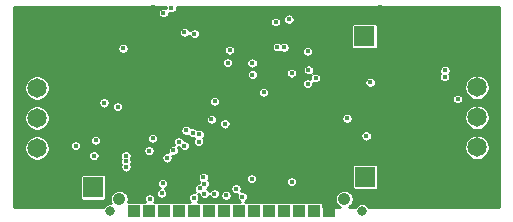
<source format=gbr>
G04 #@! TF.GenerationSoftware,KiCad,Pcbnew,(5.1.6)-1*
G04 #@! TF.CreationDate,2021-12-03T12:33:41+01:00*
G04 #@! TF.ProjectId,USBEMBEDED,55534245-4d42-4454-9445-442e6b696361,rev?*
G04 #@! TF.SameCoordinates,Original*
G04 #@! TF.FileFunction,Copper,L3,Inr*
G04 #@! TF.FilePolarity,Positive*
%FSLAX46Y46*%
G04 Gerber Fmt 4.6, Leading zero omitted, Abs format (unit mm)*
G04 Created by KiCad (PCBNEW (5.1.6)-1) date 2021-12-03 12:33:41*
%MOMM*%
%LPD*%
G01*
G04 APERTURE LIST*
G04 #@! TA.AperFunction,ViaPad*
%ADD10C,1.650000*%
G04 #@! TD*
G04 #@! TA.AperFunction,ViaPad*
%ADD11R,1.725000X1.725000*%
G04 #@! TD*
G04 #@! TA.AperFunction,ViaPad*
%ADD12C,1.067000*%
G04 #@! TD*
G04 #@! TA.AperFunction,ViaPad*
%ADD13C,0.813000*%
G04 #@! TD*
G04 #@! TA.AperFunction,ViaPad*
%ADD14R,1.016000X1.016000*%
G04 #@! TD*
G04 #@! TA.AperFunction,ViaPad*
%ADD15C,0.450000*%
G04 #@! TD*
G04 #@! TA.AperFunction,Conductor*
%ADD16C,0.254000*%
G04 #@! TD*
G04 APERTURE END LIST*
D10*
G04 #@! TO.N,GND*
G04 #@! TO.C,PCSIDE1*
X137270000Y-96390000D03*
G04 #@! TO.N,D+AT*
X137270000Y-98930000D03*
G04 #@! TO.N,D-AT*
X137270000Y-101470000D03*
G04 #@! TO.N,+5V*
X137270000Y-104010000D03*
G04 #@! TD*
G04 #@! TO.N,VDC*
G04 #@! TO.C,KEYBOARDSIDE1*
X174510000Y-103960000D03*
G04 #@! TO.N,D-US*
X174510000Y-101420000D03*
G04 #@! TO.N,D+US*
X174510000Y-98880000D03*
G04 #@! TO.N,GND*
X174510000Y-96340000D03*
G04 #@! TD*
D11*
G04 #@! TO.N,NRFTX*
G04 #@! TO.C,TX1*
X165000000Y-94560000D03*
G04 #@! TD*
G04 #@! TO.N,NRFRX*
G04 #@! TO.C,RX1*
X165060000Y-106460000D03*
G04 #@! TD*
G04 #@! TO.N,GND*
G04 #@! TO.C,GND1*
X142180000Y-93700000D03*
G04 #@! TD*
G04 #@! TO.N,+5V*
G04 #@! TO.C,5V+1*
X142030000Y-107360000D03*
G04 #@! TD*
D12*
G04 #@! TO.N,N/C*
G04 #@! TO.C,U1*
X163300000Y-108339000D03*
D13*
X164799000Y-109330000D03*
X143488000Y-109330000D03*
D12*
X144250000Y-108339000D03*
D14*
G04 #@! TO.N,GND*
X162030000Y-109330000D03*
G04 #@! TO.N,Net-(U1-Pad13)*
X160760000Y-109330000D03*
G04 #@! TO.N,Net-(U1-Pad12)*
X159490000Y-109330000D03*
G04 #@! TO.N,Net-(U1-Pad11)*
X158220000Y-109330000D03*
G04 #@! TO.N,Net-(U1-Pad10)*
X156950000Y-109330000D03*
G04 #@! TO.N,MCLR*
X155680000Y-109330000D03*
G04 #@! TO.N,TXUSBH-PGRCLK*
X154410000Y-109330000D03*
G04 #@! TO.N,RXUSBH-PGRDATA*
X153140000Y-109330000D03*
G04 #@! TO.N,RST*
X151870000Y-109330000D03*
G04 #@! TO.N,MISO*
X150600000Y-109330000D03*
G04 #@! TO.N,MOSI*
X149330000Y-109330000D03*
G04 #@! TO.N,SCLK*
X148060000Y-109330000D03*
G04 #@! TO.N,+3V3*
X146790000Y-109330000D03*
G04 #@! TO.N,VCC*
X145520000Y-109330000D03*
G04 #@! TD*
D15*
G04 #@! TO.N,GND*
X154760000Y-96770000D03*
X154080000Y-96770000D03*
X171130000Y-96420000D03*
X170910000Y-100320000D03*
X169090000Y-102640000D03*
X156650000Y-103520000D03*
X156620000Y-97370000D03*
X150450000Y-97040000D03*
X146730000Y-96890000D03*
X148530000Y-96890000D03*
X150430000Y-98650000D03*
X146520000Y-98410000D03*
X148570000Y-98610000D03*
X148570000Y-100400000D03*
X150420000Y-100390000D03*
X146530000Y-100390000D03*
X158210000Y-106890000D03*
X154080000Y-104840000D03*
X154110000Y-99130000D03*
X143540000Y-103410000D03*
X142980000Y-103420000D03*
X142970000Y-104050000D03*
X143560000Y-104070000D03*
X143520000Y-104630000D03*
X142960000Y-104630000D03*
X143270000Y-105570000D03*
X136620000Y-92350000D03*
X140080000Y-92330000D03*
X143610000Y-92280000D03*
X145740000Y-92240000D03*
X141910000Y-92280000D03*
X136730000Y-108820000D03*
X139650000Y-108960000D03*
X142790000Y-108910000D03*
X141090000Y-95250000D03*
X141500000Y-97920000D03*
X142950000Y-98770000D03*
X143860000Y-99580000D03*
X143830000Y-98160000D03*
X142580000Y-97060000D03*
X143050000Y-95690000D03*
X144000000Y-94220000D03*
X144240000Y-93140000D03*
X143840000Y-107060000D03*
X146760000Y-106660000D03*
X145310000Y-106470000D03*
X143610000Y-106250000D03*
X158730000Y-108200000D03*
X159550000Y-107240000D03*
X159540000Y-108220000D03*
X161350000Y-108200000D03*
X161320000Y-107470000D03*
X146880000Y-93840000D03*
X145560000Y-93750000D03*
X146630000Y-92930000D03*
X147090000Y-92120000D03*
X148870000Y-94240000D03*
X148840000Y-93370000D03*
X149850000Y-93380000D03*
X150620000Y-93740000D03*
X151390000Y-94020000D03*
X151400000Y-95400000D03*
X152250000Y-95400000D03*
X152280000Y-94020000D03*
X151580000Y-93180000D03*
X154470000Y-93150000D03*
X153220000Y-93140000D03*
X154960000Y-97290000D03*
X153230000Y-101120000D03*
X155020000Y-101110000D03*
X153310000Y-102860000D03*
X155410000Y-102970000D03*
X163130000Y-106820000D03*
X164570000Y-108110000D03*
X165950000Y-108780000D03*
X172350000Y-95110000D03*
X167110000Y-107580000D03*
X167980000Y-108850000D03*
X168760000Y-96570000D03*
X166880000Y-96400000D03*
X164620000Y-96480000D03*
X164430000Y-98690000D03*
X164460000Y-101260000D03*
X163580000Y-99980000D03*
X161730000Y-98720000D03*
X162870000Y-97350000D03*
X162070000Y-95680000D03*
X160800000Y-95230000D03*
X167440000Y-94950000D03*
X167580000Y-92280000D03*
X166280000Y-95030000D03*
X166320000Y-92120000D03*
X166290000Y-93300000D03*
X163450000Y-94010000D03*
X163530000Y-92160000D03*
X161940000Y-94130000D03*
X161900000Y-92140000D03*
X160520000Y-94090000D03*
X160540000Y-92270000D03*
X160040000Y-93290000D03*
X158540000Y-92190000D03*
X166800000Y-105450000D03*
X157480000Y-92580000D03*
X152770000Y-97490000D03*
X149730000Y-108080000D03*
X147760000Y-105950000D03*
X153230000Y-106600000D03*
X163640000Y-104270000D03*
X151640000Y-102070000D03*
X151440000Y-105110000D03*
X151640000Y-103810000D03*
X170010000Y-98910000D03*
X170960000Y-98910000D03*
X171900000Y-98920000D03*
X137660000Y-93870000D03*
X139310000Y-93550000D03*
X139150000Y-95020000D03*
X139950000Y-96800000D03*
X136560000Y-102750000D03*
X136840000Y-105660000D03*
X139600000Y-106670000D03*
X138180000Y-107580000D03*
X136740000Y-107120000D03*
X139080000Y-97840000D03*
X136780000Y-94860000D03*
X138160000Y-92530000D03*
X154680000Y-96100000D03*
X154180000Y-96220000D03*
X155090000Y-95730000D03*
X154010000Y-94430000D03*
G04 #@! TO.N,+3V3*
X156470000Y-99310000D03*
X160250000Y-97410000D03*
X163520000Y-101520000D03*
X158835000Y-106880000D03*
X160193520Y-98580000D03*
X158830000Y-97680000D03*
X146820000Y-108300000D03*
X155490000Y-96830000D03*
X147910000Y-107020000D03*
G04 #@! TO.N,VCC*
X171810000Y-97460000D03*
X171790000Y-98010000D03*
X153600000Y-95730000D03*
X153410000Y-96810000D03*
X144800000Y-104690000D03*
X144800000Y-105150000D03*
X144810000Y-105620000D03*
X144552998Y-95590000D03*
X144110000Y-100520000D03*
X150590000Y-94340000D03*
X152304018Y-100068572D03*
X146750000Y-104260000D03*
X148276553Y-104861053D03*
X165140000Y-103000000D03*
G04 #@! TO.N,MCLR*
X160870000Y-98100000D03*
G04 #@! TO.N,RXUSBH-PGRDATA*
X148660000Y-92160000D03*
X153280000Y-108030000D03*
X158186340Y-95493660D03*
G04 #@! TO.N,+5V*
X142090000Y-104660000D03*
X142230000Y-103370000D03*
X140550000Y-103830000D03*
G04 #@! TO.N,Net-(22Ohm2-Pad2)*
X142950000Y-100200000D03*
X147060000Y-103200000D03*
G04 #@! TO.N,TXUSBH-PGRCLK*
X147960000Y-92590000D03*
X154653712Y-108133712D03*
X158601840Y-93110000D03*
X157478951Y-93351049D03*
X157609899Y-95468231D03*
G04 #@! TO.N,NRFRX*
X165480000Y-98460000D03*
G04 #@! TO.N,MISO*
X151010000Y-102860000D03*
X149740000Y-103830000D03*
X150540000Y-108220000D03*
G04 #@! TO.N,MOSI*
X150447168Y-102732909D03*
X149278398Y-103483799D03*
G04 #@! TO.N,SCLK*
X149885230Y-102515989D03*
X147820000Y-107870000D03*
X148819513Y-104228822D03*
G04 #@! TO.N,SS*
X149760000Y-94230000D03*
X150957606Y-103500000D03*
G04 #@! TO.N,D-US*
X172900000Y-99870000D03*
G04 #@! TO.N,DO*
X151454500Y-107049376D03*
G04 #@! TO.N,CLK*
X153180000Y-101980000D03*
X151454500Y-107880376D03*
X152285500Y-107880376D03*
G04 #@! TO.N,DI*
X151033575Y-107444032D03*
X154120000Y-107464876D03*
X155440000Y-106633876D03*
G04 #@! TO.N,CS*
X151361001Y-106480000D03*
G04 #@! TO.N,D11*
X160193520Y-95837998D03*
X152030001Y-101580000D03*
X155502998Y-97800000D03*
G04 #@! TD*
D16*
G04 #@! TO.N,GND*
G36*
X148181000Y-92112823D02*
G01*
X148181000Y-92163074D01*
X148099719Y-92129407D01*
X148007177Y-92111000D01*
X147912823Y-92111000D01*
X147820281Y-92129407D01*
X147733108Y-92165515D01*
X147654655Y-92217936D01*
X147587936Y-92284655D01*
X147535515Y-92363108D01*
X147499407Y-92450281D01*
X147481000Y-92542823D01*
X147481000Y-92637177D01*
X147499407Y-92729719D01*
X147535515Y-92816892D01*
X147587936Y-92895345D01*
X147654655Y-92962064D01*
X147733108Y-93014485D01*
X147820281Y-93050593D01*
X147912823Y-93069000D01*
X148007177Y-93069000D01*
X148099719Y-93050593D01*
X148186892Y-93014485D01*
X148265345Y-92962064D01*
X148332064Y-92895345D01*
X148384485Y-92816892D01*
X148420593Y-92729719D01*
X148439000Y-92637177D01*
X148439000Y-92586926D01*
X148520281Y-92620593D01*
X148612823Y-92639000D01*
X148707177Y-92639000D01*
X148799719Y-92620593D01*
X148886892Y-92584485D01*
X148965345Y-92532064D01*
X149032064Y-92465345D01*
X149084485Y-92386892D01*
X149120593Y-92299719D01*
X149139000Y-92207177D01*
X149139000Y-92112823D01*
X149127300Y-92054000D01*
X176406173Y-92054000D01*
X176415828Y-109045855D01*
X165394035Y-109040571D01*
X165384328Y-109017136D01*
X165312044Y-108908956D01*
X165220044Y-108816956D01*
X165111864Y-108744672D01*
X164991661Y-108694883D01*
X164864054Y-108669500D01*
X164733946Y-108669500D01*
X164606339Y-108694883D01*
X164486136Y-108744672D01*
X164377956Y-108816956D01*
X164285956Y-108908956D01*
X164213672Y-109017136D01*
X164204201Y-109040001D01*
X163666093Y-109039743D01*
X163673021Y-109036873D01*
X163802002Y-108950691D01*
X163911691Y-108841002D01*
X163997873Y-108712021D01*
X164057236Y-108568705D01*
X164087500Y-108416562D01*
X164087500Y-108261438D01*
X164057236Y-108109295D01*
X163997873Y-107965979D01*
X163911691Y-107836998D01*
X163802002Y-107727309D01*
X163673021Y-107641127D01*
X163529705Y-107581764D01*
X163377562Y-107551500D01*
X163222438Y-107551500D01*
X163070295Y-107581764D01*
X162926979Y-107641127D01*
X162797998Y-107727309D01*
X162688309Y-107836998D01*
X162602127Y-107965979D01*
X162542764Y-108109295D01*
X162512500Y-108261438D01*
X162512500Y-108416562D01*
X162542764Y-108568705D01*
X162602127Y-108712021D01*
X162688309Y-108841002D01*
X162797998Y-108950691D01*
X162926979Y-109036873D01*
X162933059Y-109039391D01*
X161523228Y-109038715D01*
X161523228Y-108822000D01*
X161518324Y-108772207D01*
X161503800Y-108724328D01*
X161480214Y-108680203D01*
X161448473Y-108641527D01*
X161409797Y-108609786D01*
X161365672Y-108586200D01*
X161317793Y-108571676D01*
X161268000Y-108566772D01*
X160252000Y-108566772D01*
X160202207Y-108571676D01*
X160154328Y-108586200D01*
X160125000Y-108601877D01*
X160095672Y-108586200D01*
X160047793Y-108571676D01*
X159998000Y-108566772D01*
X158982000Y-108566772D01*
X158932207Y-108571676D01*
X158884328Y-108586200D01*
X158855000Y-108601877D01*
X158825672Y-108586200D01*
X158777793Y-108571676D01*
X158728000Y-108566772D01*
X157712000Y-108566772D01*
X157662207Y-108571676D01*
X157614328Y-108586200D01*
X157585000Y-108601877D01*
X157555672Y-108586200D01*
X157507793Y-108571676D01*
X157458000Y-108566772D01*
X156442000Y-108566772D01*
X156392207Y-108571676D01*
X156344328Y-108586200D01*
X156315000Y-108601877D01*
X156285672Y-108586200D01*
X156237793Y-108571676D01*
X156188000Y-108566772D01*
X155172000Y-108566772D01*
X155122207Y-108571676D01*
X155074328Y-108586200D01*
X155045000Y-108601877D01*
X155015672Y-108586200D01*
X154967793Y-108571676D01*
X154918000Y-108566772D01*
X154859902Y-108566772D01*
X154880604Y-108558197D01*
X154959057Y-108505776D01*
X155025776Y-108439057D01*
X155078197Y-108360604D01*
X155114305Y-108273431D01*
X155132712Y-108180889D01*
X155132712Y-108086535D01*
X155114305Y-107993993D01*
X155078197Y-107906820D01*
X155025776Y-107828367D01*
X154959057Y-107761648D01*
X154880604Y-107709227D01*
X154793431Y-107673119D01*
X154700889Y-107654712D01*
X154606535Y-107654712D01*
X154555641Y-107664835D01*
X154580593Y-107604595D01*
X154599000Y-107512053D01*
X154599000Y-107417699D01*
X154580593Y-107325157D01*
X154544485Y-107237984D01*
X154492064Y-107159531D01*
X154425345Y-107092812D01*
X154346892Y-107040391D01*
X154259719Y-107004283D01*
X154167177Y-106985876D01*
X154072823Y-106985876D01*
X153980281Y-107004283D01*
X153893108Y-107040391D01*
X153814655Y-107092812D01*
X153747936Y-107159531D01*
X153695515Y-107237984D01*
X153659407Y-107325157D01*
X153641000Y-107417699D01*
X153641000Y-107512053D01*
X153659407Y-107604595D01*
X153695515Y-107691768D01*
X153747936Y-107770221D01*
X153814655Y-107836940D01*
X153893108Y-107889361D01*
X153980281Y-107925469D01*
X154072823Y-107943876D01*
X154167177Y-107943876D01*
X154218071Y-107933753D01*
X154193119Y-107993993D01*
X154174712Y-108086535D01*
X154174712Y-108180889D01*
X154193119Y-108273431D01*
X154229227Y-108360604D01*
X154281648Y-108439057D01*
X154348367Y-108505776D01*
X154426820Y-108558197D01*
X154447522Y-108566772D01*
X153902000Y-108566772D01*
X153852207Y-108571676D01*
X153804328Y-108586200D01*
X153775000Y-108601877D01*
X153745672Y-108586200D01*
X153697793Y-108571676D01*
X153648000Y-108566772D01*
X152632000Y-108566772D01*
X152582207Y-108571676D01*
X152534328Y-108586200D01*
X152505000Y-108601877D01*
X152475672Y-108586200D01*
X152427793Y-108571676D01*
X152378000Y-108566772D01*
X151362000Y-108566772D01*
X151312207Y-108571676D01*
X151264328Y-108586200D01*
X151235000Y-108601877D01*
X151205672Y-108586200D01*
X151157793Y-108571676D01*
X151108000Y-108566772D01*
X150870637Y-108566772D01*
X150912064Y-108525345D01*
X150964485Y-108446892D01*
X151000593Y-108359719D01*
X151019000Y-108267177D01*
X151019000Y-108172823D01*
X151000593Y-108080281D01*
X150964485Y-107993108D01*
X150912064Y-107914655D01*
X150904065Y-107906656D01*
X150975500Y-107920864D01*
X150975500Y-107927553D01*
X150993907Y-108020095D01*
X151030015Y-108107268D01*
X151082436Y-108185721D01*
X151149155Y-108252440D01*
X151227608Y-108304861D01*
X151314781Y-108340969D01*
X151407323Y-108359376D01*
X151501677Y-108359376D01*
X151594219Y-108340969D01*
X151681392Y-108304861D01*
X151759845Y-108252440D01*
X151826564Y-108185721D01*
X151870000Y-108120715D01*
X151913436Y-108185721D01*
X151980155Y-108252440D01*
X152058608Y-108304861D01*
X152145781Y-108340969D01*
X152238323Y-108359376D01*
X152332677Y-108359376D01*
X152425219Y-108340969D01*
X152512392Y-108304861D01*
X152590845Y-108252440D01*
X152657564Y-108185721D01*
X152709985Y-108107268D01*
X152746093Y-108020095D01*
X152753506Y-107982823D01*
X152801000Y-107982823D01*
X152801000Y-108077177D01*
X152819407Y-108169719D01*
X152855515Y-108256892D01*
X152907936Y-108335345D01*
X152974655Y-108402064D01*
X153053108Y-108454485D01*
X153140281Y-108490593D01*
X153232823Y-108509000D01*
X153327177Y-108509000D01*
X153419719Y-108490593D01*
X153506892Y-108454485D01*
X153585345Y-108402064D01*
X153652064Y-108335345D01*
X153704485Y-108256892D01*
X153740593Y-108169719D01*
X153759000Y-108077177D01*
X153759000Y-107982823D01*
X153740593Y-107890281D01*
X153704485Y-107803108D01*
X153652064Y-107724655D01*
X153585345Y-107657936D01*
X153506892Y-107605515D01*
X153419719Y-107569407D01*
X153327177Y-107551000D01*
X153232823Y-107551000D01*
X153140281Y-107569407D01*
X153053108Y-107605515D01*
X152974655Y-107657936D01*
X152907936Y-107724655D01*
X152855515Y-107803108D01*
X152819407Y-107890281D01*
X152801000Y-107982823D01*
X152753506Y-107982823D01*
X152764500Y-107927553D01*
X152764500Y-107833199D01*
X152746093Y-107740657D01*
X152709985Y-107653484D01*
X152657564Y-107575031D01*
X152590845Y-107508312D01*
X152512392Y-107455891D01*
X152425219Y-107419783D01*
X152332677Y-107401376D01*
X152238323Y-107401376D01*
X152145781Y-107419783D01*
X152058608Y-107455891D01*
X151980155Y-107508312D01*
X151913436Y-107575031D01*
X151870000Y-107640037D01*
X151826564Y-107575031D01*
X151759845Y-107508312D01*
X151694839Y-107464876D01*
X151759845Y-107421440D01*
X151826564Y-107354721D01*
X151878985Y-107276268D01*
X151915093Y-107189095D01*
X151933500Y-107096553D01*
X151933500Y-107002199D01*
X151915093Y-106909657D01*
X151878985Y-106822484D01*
X151826564Y-106744031D01*
X151786640Y-106704107D01*
X151821594Y-106619719D01*
X151828161Y-106586699D01*
X154961000Y-106586699D01*
X154961000Y-106681053D01*
X154979407Y-106773595D01*
X155015515Y-106860768D01*
X155067936Y-106939221D01*
X155134655Y-107005940D01*
X155213108Y-107058361D01*
X155300281Y-107094469D01*
X155392823Y-107112876D01*
X155487177Y-107112876D01*
X155579719Y-107094469D01*
X155666892Y-107058361D01*
X155745345Y-107005940D01*
X155812064Y-106939221D01*
X155864485Y-106860768D01*
X155876060Y-106832823D01*
X158356000Y-106832823D01*
X158356000Y-106927177D01*
X158374407Y-107019719D01*
X158410515Y-107106892D01*
X158462936Y-107185345D01*
X158529655Y-107252064D01*
X158608108Y-107304485D01*
X158695281Y-107340593D01*
X158787823Y-107359000D01*
X158882177Y-107359000D01*
X158974719Y-107340593D01*
X159061892Y-107304485D01*
X159140345Y-107252064D01*
X159207064Y-107185345D01*
X159259485Y-107106892D01*
X159295593Y-107019719D01*
X159314000Y-106927177D01*
X159314000Y-106832823D01*
X159295593Y-106740281D01*
X159259485Y-106653108D01*
X159207064Y-106574655D01*
X159140345Y-106507936D01*
X159061892Y-106455515D01*
X158974719Y-106419407D01*
X158882177Y-106401000D01*
X158787823Y-106401000D01*
X158695281Y-106419407D01*
X158608108Y-106455515D01*
X158529655Y-106507936D01*
X158462936Y-106574655D01*
X158410515Y-106653108D01*
X158374407Y-106740281D01*
X158356000Y-106832823D01*
X155876060Y-106832823D01*
X155900593Y-106773595D01*
X155919000Y-106681053D01*
X155919000Y-106586699D01*
X155900593Y-106494157D01*
X155864485Y-106406984D01*
X155812064Y-106328531D01*
X155745345Y-106261812D01*
X155666892Y-106209391D01*
X155579719Y-106173283D01*
X155487177Y-106154876D01*
X155392823Y-106154876D01*
X155300281Y-106173283D01*
X155213108Y-106209391D01*
X155134655Y-106261812D01*
X155067936Y-106328531D01*
X155015515Y-106406984D01*
X154979407Y-106494157D01*
X154961000Y-106586699D01*
X151828161Y-106586699D01*
X151840001Y-106527177D01*
X151840001Y-106432823D01*
X151821594Y-106340281D01*
X151785486Y-106253108D01*
X151733065Y-106174655D01*
X151666346Y-106107936D01*
X151587893Y-106055515D01*
X151500720Y-106019407D01*
X151408178Y-106001000D01*
X151313824Y-106001000D01*
X151221282Y-106019407D01*
X151134109Y-106055515D01*
X151055656Y-106107936D01*
X150988937Y-106174655D01*
X150936516Y-106253108D01*
X150900408Y-106340281D01*
X150882001Y-106432823D01*
X150882001Y-106527177D01*
X150900408Y-106619719D01*
X150936516Y-106706892D01*
X150988937Y-106785345D01*
X151028861Y-106825269D01*
X150993907Y-106909657D01*
X150982748Y-106965758D01*
X150893856Y-106983439D01*
X150806683Y-107019547D01*
X150728230Y-107071968D01*
X150661511Y-107138687D01*
X150609090Y-107217140D01*
X150572982Y-107304313D01*
X150554575Y-107396855D01*
X150554575Y-107491209D01*
X150572982Y-107583751D01*
X150609090Y-107670924D01*
X150661511Y-107749377D01*
X150669510Y-107757376D01*
X150587177Y-107741000D01*
X150492823Y-107741000D01*
X150400281Y-107759407D01*
X150313108Y-107795515D01*
X150234655Y-107847936D01*
X150167936Y-107914655D01*
X150115515Y-107993108D01*
X150079407Y-108080281D01*
X150061000Y-108172823D01*
X150061000Y-108267177D01*
X150079407Y-108359719D01*
X150115515Y-108446892D01*
X150167936Y-108525345D01*
X150209363Y-108566772D01*
X150092000Y-108566772D01*
X150042207Y-108571676D01*
X149994328Y-108586200D01*
X149965000Y-108601877D01*
X149935672Y-108586200D01*
X149887793Y-108571676D01*
X149838000Y-108566772D01*
X148822000Y-108566772D01*
X148772207Y-108571676D01*
X148724328Y-108586200D01*
X148695000Y-108601877D01*
X148665672Y-108586200D01*
X148617793Y-108571676D01*
X148568000Y-108566772D01*
X147552000Y-108566772D01*
X147502207Y-108571676D01*
X147454328Y-108586200D01*
X147425000Y-108601877D01*
X147395672Y-108586200D01*
X147347793Y-108571676D01*
X147298000Y-108566772D01*
X147217838Y-108566772D01*
X147244485Y-108526892D01*
X147280593Y-108439719D01*
X147299000Y-108347177D01*
X147299000Y-108252823D01*
X147280593Y-108160281D01*
X147244485Y-108073108D01*
X147192064Y-107994655D01*
X147125345Y-107927936D01*
X147046892Y-107875515D01*
X146959719Y-107839407D01*
X146876343Y-107822823D01*
X147341000Y-107822823D01*
X147341000Y-107917177D01*
X147359407Y-108009719D01*
X147395515Y-108096892D01*
X147447936Y-108175345D01*
X147514655Y-108242064D01*
X147593108Y-108294485D01*
X147680281Y-108330593D01*
X147772823Y-108349000D01*
X147867177Y-108349000D01*
X147959719Y-108330593D01*
X148046892Y-108294485D01*
X148125345Y-108242064D01*
X148192064Y-108175345D01*
X148244485Y-108096892D01*
X148280593Y-108009719D01*
X148299000Y-107917177D01*
X148299000Y-107822823D01*
X148280593Y-107730281D01*
X148244485Y-107643108D01*
X148192064Y-107564655D01*
X148125345Y-107497936D01*
X148080382Y-107467892D01*
X148136892Y-107444485D01*
X148215345Y-107392064D01*
X148282064Y-107325345D01*
X148334485Y-107246892D01*
X148370593Y-107159719D01*
X148389000Y-107067177D01*
X148389000Y-106972823D01*
X148370593Y-106880281D01*
X148334485Y-106793108D01*
X148282064Y-106714655D01*
X148215345Y-106647936D01*
X148136892Y-106595515D01*
X148049719Y-106559407D01*
X147957177Y-106541000D01*
X147862823Y-106541000D01*
X147770281Y-106559407D01*
X147683108Y-106595515D01*
X147604655Y-106647936D01*
X147537936Y-106714655D01*
X147485515Y-106793108D01*
X147449407Y-106880281D01*
X147431000Y-106972823D01*
X147431000Y-107067177D01*
X147449407Y-107159719D01*
X147485515Y-107246892D01*
X147537936Y-107325345D01*
X147604655Y-107392064D01*
X147649618Y-107422108D01*
X147593108Y-107445515D01*
X147514655Y-107497936D01*
X147447936Y-107564655D01*
X147395515Y-107643108D01*
X147359407Y-107730281D01*
X147341000Y-107822823D01*
X146876343Y-107822823D01*
X146867177Y-107821000D01*
X146772823Y-107821000D01*
X146680281Y-107839407D01*
X146593108Y-107875515D01*
X146514655Y-107927936D01*
X146447936Y-107994655D01*
X146395515Y-108073108D01*
X146359407Y-108160281D01*
X146341000Y-108252823D01*
X146341000Y-108347177D01*
X146359407Y-108439719D01*
X146395515Y-108526892D01*
X146422162Y-108566772D01*
X146282000Y-108566772D01*
X146232207Y-108571676D01*
X146184328Y-108586200D01*
X146155000Y-108601877D01*
X146125672Y-108586200D01*
X146077793Y-108571676D01*
X146028000Y-108566772D01*
X145012000Y-108566772D01*
X145007533Y-108567212D01*
X145037500Y-108416562D01*
X145037500Y-108261438D01*
X145007236Y-108109295D01*
X144947873Y-107965979D01*
X144861691Y-107836998D01*
X144752002Y-107727309D01*
X144623021Y-107641127D01*
X144479705Y-107581764D01*
X144327562Y-107551500D01*
X144172438Y-107551500D01*
X144020295Y-107581764D01*
X143876979Y-107641127D01*
X143747998Y-107727309D01*
X143638309Y-107836998D01*
X143552127Y-107965979D01*
X143492764Y-108109295D01*
X143462500Y-108261438D01*
X143462500Y-108416562D01*
X143492764Y-108568705D01*
X143534514Y-108669500D01*
X143422946Y-108669500D01*
X143295339Y-108694883D01*
X143175136Y-108744672D01*
X143066956Y-108816956D01*
X142974956Y-108908956D01*
X142902672Y-109017136D01*
X142897432Y-109029786D01*
X135304000Y-109026146D01*
X135304000Y-106497500D01*
X140912272Y-106497500D01*
X140912272Y-108222500D01*
X140917176Y-108272293D01*
X140931700Y-108320172D01*
X140955286Y-108364297D01*
X140987027Y-108402973D01*
X141025703Y-108434714D01*
X141069828Y-108458300D01*
X141117707Y-108472824D01*
X141167500Y-108477728D01*
X142892500Y-108477728D01*
X142942293Y-108472824D01*
X142990172Y-108458300D01*
X143034297Y-108434714D01*
X143072973Y-108402973D01*
X143104714Y-108364297D01*
X143128300Y-108320172D01*
X143142824Y-108272293D01*
X143147728Y-108222500D01*
X143147728Y-106497500D01*
X143142824Y-106447707D01*
X143128300Y-106399828D01*
X143104714Y-106355703D01*
X143072973Y-106317027D01*
X143034297Y-106285286D01*
X142990172Y-106261700D01*
X142942293Y-106247176D01*
X142892500Y-106242272D01*
X141167500Y-106242272D01*
X141117707Y-106247176D01*
X141069828Y-106261700D01*
X141025703Y-106285286D01*
X140987027Y-106317027D01*
X140955286Y-106355703D01*
X140931700Y-106399828D01*
X140917176Y-106447707D01*
X140912272Y-106497500D01*
X135304000Y-106497500D01*
X135304000Y-103903728D01*
X136191000Y-103903728D01*
X136191000Y-104116272D01*
X136232465Y-104324733D01*
X136313802Y-104521098D01*
X136431886Y-104697823D01*
X136582177Y-104848114D01*
X136758902Y-104966198D01*
X136955267Y-105047535D01*
X137163728Y-105089000D01*
X137376272Y-105089000D01*
X137584733Y-105047535D01*
X137781098Y-104966198D01*
X137957823Y-104848114D01*
X138108114Y-104697823D01*
X138164909Y-104612823D01*
X141611000Y-104612823D01*
X141611000Y-104707177D01*
X141629407Y-104799719D01*
X141665515Y-104886892D01*
X141717936Y-104965345D01*
X141784655Y-105032064D01*
X141863108Y-105084485D01*
X141950281Y-105120593D01*
X142042823Y-105139000D01*
X142137177Y-105139000D01*
X142229719Y-105120593D01*
X142316892Y-105084485D01*
X142395345Y-105032064D01*
X142462064Y-104965345D01*
X142514485Y-104886892D01*
X142550593Y-104799719D01*
X142569000Y-104707177D01*
X142569000Y-104642823D01*
X144321000Y-104642823D01*
X144321000Y-104737177D01*
X144339407Y-104829719D01*
X144375515Y-104916892D01*
X144377592Y-104920000D01*
X144375515Y-104923108D01*
X144339407Y-105010281D01*
X144321000Y-105102823D01*
X144321000Y-105197177D01*
X144339407Y-105289719D01*
X144375515Y-105376892D01*
X144385933Y-105392483D01*
X144385515Y-105393108D01*
X144349407Y-105480281D01*
X144331000Y-105572823D01*
X144331000Y-105667177D01*
X144349407Y-105759719D01*
X144385515Y-105846892D01*
X144437936Y-105925345D01*
X144504655Y-105992064D01*
X144583108Y-106044485D01*
X144670281Y-106080593D01*
X144762823Y-106099000D01*
X144857177Y-106099000D01*
X144949719Y-106080593D01*
X145036892Y-106044485D01*
X145115345Y-105992064D01*
X145182064Y-105925345D01*
X145234485Y-105846892D01*
X145270593Y-105759719D01*
X145289000Y-105667177D01*
X145289000Y-105597500D01*
X163942272Y-105597500D01*
X163942272Y-107322500D01*
X163947176Y-107372293D01*
X163961700Y-107420172D01*
X163985286Y-107464297D01*
X164017027Y-107502973D01*
X164055703Y-107534714D01*
X164099828Y-107558300D01*
X164147707Y-107572824D01*
X164197500Y-107577728D01*
X165922500Y-107577728D01*
X165972293Y-107572824D01*
X166020172Y-107558300D01*
X166064297Y-107534714D01*
X166102973Y-107502973D01*
X166134714Y-107464297D01*
X166158300Y-107420172D01*
X166172824Y-107372293D01*
X166177728Y-107322500D01*
X166177728Y-105597500D01*
X166172824Y-105547707D01*
X166158300Y-105499828D01*
X166134714Y-105455703D01*
X166102973Y-105417027D01*
X166064297Y-105385286D01*
X166020172Y-105361700D01*
X165972293Y-105347176D01*
X165922500Y-105342272D01*
X164197500Y-105342272D01*
X164147707Y-105347176D01*
X164099828Y-105361700D01*
X164055703Y-105385286D01*
X164017027Y-105417027D01*
X163985286Y-105455703D01*
X163961700Y-105499828D01*
X163947176Y-105547707D01*
X163942272Y-105597500D01*
X145289000Y-105597500D01*
X145289000Y-105572823D01*
X145270593Y-105480281D01*
X145234485Y-105393108D01*
X145224067Y-105377517D01*
X145224485Y-105376892D01*
X145260593Y-105289719D01*
X145279000Y-105197177D01*
X145279000Y-105102823D01*
X145260593Y-105010281D01*
X145224485Y-104923108D01*
X145222408Y-104920000D01*
X145224485Y-104916892D01*
X145260593Y-104829719D01*
X145263744Y-104813876D01*
X147797553Y-104813876D01*
X147797553Y-104908230D01*
X147815960Y-105000772D01*
X147852068Y-105087945D01*
X147904489Y-105166398D01*
X147971208Y-105233117D01*
X148049661Y-105285538D01*
X148136834Y-105321646D01*
X148229376Y-105340053D01*
X148323730Y-105340053D01*
X148416272Y-105321646D01*
X148503445Y-105285538D01*
X148581898Y-105233117D01*
X148648617Y-105166398D01*
X148701038Y-105087945D01*
X148737146Y-105000772D01*
X148755553Y-104908230D01*
X148755553Y-104813876D01*
X148737146Y-104721334D01*
X148727887Y-104698981D01*
X148772336Y-104707822D01*
X148866690Y-104707822D01*
X148959232Y-104689415D01*
X149046405Y-104653307D01*
X149124858Y-104600886D01*
X149191577Y-104534167D01*
X149243998Y-104455714D01*
X149280106Y-104368541D01*
X149298513Y-104275999D01*
X149298513Y-104181645D01*
X149280106Y-104089103D01*
X149243998Y-104001930D01*
X149215802Y-103959732D01*
X149231221Y-103962799D01*
X149278031Y-103962799D01*
X149279407Y-103969719D01*
X149315515Y-104056892D01*
X149367936Y-104135345D01*
X149434655Y-104202064D01*
X149513108Y-104254485D01*
X149600281Y-104290593D01*
X149692823Y-104309000D01*
X149787177Y-104309000D01*
X149879719Y-104290593D01*
X149966892Y-104254485D01*
X150045345Y-104202064D01*
X150112064Y-104135345D01*
X150164485Y-104056892D01*
X150200593Y-103969719D01*
X150219000Y-103877177D01*
X150219000Y-103782823D01*
X150200593Y-103690281D01*
X150164485Y-103603108D01*
X150112064Y-103524655D01*
X150045345Y-103457936D01*
X149966892Y-103405515D01*
X149879719Y-103369407D01*
X149787177Y-103351000D01*
X149740367Y-103351000D01*
X149738991Y-103344080D01*
X149702883Y-103256907D01*
X149650462Y-103178454D01*
X149583743Y-103111735D01*
X149505290Y-103059314D01*
X149418117Y-103023206D01*
X149325575Y-103004799D01*
X149231221Y-103004799D01*
X149138679Y-103023206D01*
X149051506Y-103059314D01*
X148973053Y-103111735D01*
X148906334Y-103178454D01*
X148853913Y-103256907D01*
X148817805Y-103344080D01*
X148799398Y-103436622D01*
X148799398Y-103530976D01*
X148817805Y-103623518D01*
X148853913Y-103710691D01*
X148882109Y-103752889D01*
X148866690Y-103749822D01*
X148772336Y-103749822D01*
X148679794Y-103768229D01*
X148592621Y-103804337D01*
X148514168Y-103856758D01*
X148447449Y-103923477D01*
X148395028Y-104001930D01*
X148358920Y-104089103D01*
X148340513Y-104181645D01*
X148340513Y-104275999D01*
X148358920Y-104368541D01*
X148368179Y-104390894D01*
X148323730Y-104382053D01*
X148229376Y-104382053D01*
X148136834Y-104400460D01*
X148049661Y-104436568D01*
X147971208Y-104488989D01*
X147904489Y-104555708D01*
X147852068Y-104634161D01*
X147815960Y-104721334D01*
X147797553Y-104813876D01*
X145263744Y-104813876D01*
X145279000Y-104737177D01*
X145279000Y-104642823D01*
X145260593Y-104550281D01*
X145224485Y-104463108D01*
X145172064Y-104384655D01*
X145105345Y-104317936D01*
X145026892Y-104265515D01*
X144939719Y-104229407D01*
X144856343Y-104212823D01*
X146271000Y-104212823D01*
X146271000Y-104307177D01*
X146289407Y-104399719D01*
X146325515Y-104486892D01*
X146377936Y-104565345D01*
X146444655Y-104632064D01*
X146523108Y-104684485D01*
X146610281Y-104720593D01*
X146702823Y-104739000D01*
X146797177Y-104739000D01*
X146889719Y-104720593D01*
X146976892Y-104684485D01*
X147055345Y-104632064D01*
X147122064Y-104565345D01*
X147174485Y-104486892D01*
X147210593Y-104399719D01*
X147229000Y-104307177D01*
X147229000Y-104212823D01*
X147210593Y-104120281D01*
X147174485Y-104033108D01*
X147122064Y-103954655D01*
X147055345Y-103887936D01*
X146976892Y-103835515D01*
X146889719Y-103799407D01*
X146797177Y-103781000D01*
X146702823Y-103781000D01*
X146610281Y-103799407D01*
X146523108Y-103835515D01*
X146444655Y-103887936D01*
X146377936Y-103954655D01*
X146325515Y-104033108D01*
X146289407Y-104120281D01*
X146271000Y-104212823D01*
X144856343Y-104212823D01*
X144847177Y-104211000D01*
X144752823Y-104211000D01*
X144660281Y-104229407D01*
X144573108Y-104265515D01*
X144494655Y-104317936D01*
X144427936Y-104384655D01*
X144375515Y-104463108D01*
X144339407Y-104550281D01*
X144321000Y-104642823D01*
X142569000Y-104642823D01*
X142569000Y-104612823D01*
X142550593Y-104520281D01*
X142514485Y-104433108D01*
X142462064Y-104354655D01*
X142395345Y-104287936D01*
X142316892Y-104235515D01*
X142229719Y-104199407D01*
X142137177Y-104181000D01*
X142042823Y-104181000D01*
X141950281Y-104199407D01*
X141863108Y-104235515D01*
X141784655Y-104287936D01*
X141717936Y-104354655D01*
X141665515Y-104433108D01*
X141629407Y-104520281D01*
X141611000Y-104612823D01*
X138164909Y-104612823D01*
X138226198Y-104521098D01*
X138307535Y-104324733D01*
X138349000Y-104116272D01*
X138349000Y-103903728D01*
X138324951Y-103782823D01*
X140071000Y-103782823D01*
X140071000Y-103877177D01*
X140089407Y-103969719D01*
X140125515Y-104056892D01*
X140177936Y-104135345D01*
X140244655Y-104202064D01*
X140323108Y-104254485D01*
X140410281Y-104290593D01*
X140502823Y-104309000D01*
X140597177Y-104309000D01*
X140689719Y-104290593D01*
X140776892Y-104254485D01*
X140855345Y-104202064D01*
X140922064Y-104135345D01*
X140974485Y-104056892D01*
X141010593Y-103969719D01*
X141029000Y-103877177D01*
X141029000Y-103782823D01*
X141010593Y-103690281D01*
X140974485Y-103603108D01*
X140922064Y-103524655D01*
X140855345Y-103457936D01*
X140776892Y-103405515D01*
X140689719Y-103369407D01*
X140597177Y-103351000D01*
X140502823Y-103351000D01*
X140410281Y-103369407D01*
X140323108Y-103405515D01*
X140244655Y-103457936D01*
X140177936Y-103524655D01*
X140125515Y-103603108D01*
X140089407Y-103690281D01*
X140071000Y-103782823D01*
X138324951Y-103782823D01*
X138307535Y-103695267D01*
X138226198Y-103498902D01*
X138108546Y-103322823D01*
X141751000Y-103322823D01*
X141751000Y-103417177D01*
X141769407Y-103509719D01*
X141805515Y-103596892D01*
X141857936Y-103675345D01*
X141924655Y-103742064D01*
X142003108Y-103794485D01*
X142090281Y-103830593D01*
X142182823Y-103849000D01*
X142277177Y-103849000D01*
X142369719Y-103830593D01*
X142456892Y-103794485D01*
X142535345Y-103742064D01*
X142602064Y-103675345D01*
X142654485Y-103596892D01*
X142690593Y-103509719D01*
X142709000Y-103417177D01*
X142709000Y-103322823D01*
X142690593Y-103230281D01*
X142658510Y-103152823D01*
X146581000Y-103152823D01*
X146581000Y-103247177D01*
X146599407Y-103339719D01*
X146635515Y-103426892D01*
X146687936Y-103505345D01*
X146754655Y-103572064D01*
X146833108Y-103624485D01*
X146920281Y-103660593D01*
X147012823Y-103679000D01*
X147107177Y-103679000D01*
X147199719Y-103660593D01*
X147286892Y-103624485D01*
X147365345Y-103572064D01*
X147432064Y-103505345D01*
X147484485Y-103426892D01*
X147520593Y-103339719D01*
X147539000Y-103247177D01*
X147539000Y-103152823D01*
X147520593Y-103060281D01*
X147484485Y-102973108D01*
X147432064Y-102894655D01*
X147365345Y-102827936D01*
X147286892Y-102775515D01*
X147199719Y-102739407D01*
X147107177Y-102721000D01*
X147012823Y-102721000D01*
X146920281Y-102739407D01*
X146833108Y-102775515D01*
X146754655Y-102827936D01*
X146687936Y-102894655D01*
X146635515Y-102973108D01*
X146599407Y-103060281D01*
X146581000Y-103152823D01*
X142658510Y-103152823D01*
X142654485Y-103143108D01*
X142602064Y-103064655D01*
X142535345Y-102997936D01*
X142456892Y-102945515D01*
X142369719Y-102909407D01*
X142277177Y-102891000D01*
X142182823Y-102891000D01*
X142090281Y-102909407D01*
X142003108Y-102945515D01*
X141924655Y-102997936D01*
X141857936Y-103064655D01*
X141805515Y-103143108D01*
X141769407Y-103230281D01*
X141751000Y-103322823D01*
X138108546Y-103322823D01*
X138108114Y-103322177D01*
X137957823Y-103171886D01*
X137781098Y-103053802D01*
X137584733Y-102972465D01*
X137376272Y-102931000D01*
X137163728Y-102931000D01*
X136955267Y-102972465D01*
X136758902Y-103053802D01*
X136582177Y-103171886D01*
X136431886Y-103322177D01*
X136313802Y-103498902D01*
X136232465Y-103695267D01*
X136191000Y-103903728D01*
X135304000Y-103903728D01*
X135304000Y-101363728D01*
X136191000Y-101363728D01*
X136191000Y-101576272D01*
X136232465Y-101784733D01*
X136313802Y-101981098D01*
X136431886Y-102157823D01*
X136582177Y-102308114D01*
X136758902Y-102426198D01*
X136955267Y-102507535D01*
X137163728Y-102549000D01*
X137376272Y-102549000D01*
X137584733Y-102507535D01*
X137678218Y-102468812D01*
X149406230Y-102468812D01*
X149406230Y-102563166D01*
X149424637Y-102655708D01*
X149460745Y-102742881D01*
X149513166Y-102821334D01*
X149579885Y-102888053D01*
X149658338Y-102940474D01*
X149745511Y-102976582D01*
X149838053Y-102994989D01*
X149932407Y-102994989D01*
X150024949Y-102976582D01*
X150031956Y-102973679D01*
X150075104Y-103038254D01*
X150141823Y-103104973D01*
X150220276Y-103157394D01*
X150307449Y-103193502D01*
X150399991Y-103211909D01*
X150494345Y-103211909D01*
X150586647Y-103193550D01*
X150585542Y-103194655D01*
X150533121Y-103273108D01*
X150497013Y-103360281D01*
X150478606Y-103452823D01*
X150478606Y-103547177D01*
X150497013Y-103639719D01*
X150533121Y-103726892D01*
X150585542Y-103805345D01*
X150652261Y-103872064D01*
X150730714Y-103924485D01*
X150817887Y-103960593D01*
X150910429Y-103979000D01*
X151004783Y-103979000D01*
X151097325Y-103960593D01*
X151184498Y-103924485D01*
X151262951Y-103872064D01*
X151281287Y-103853728D01*
X173431000Y-103853728D01*
X173431000Y-104066272D01*
X173472465Y-104274733D01*
X173553802Y-104471098D01*
X173671886Y-104647823D01*
X173822177Y-104798114D01*
X173998902Y-104916198D01*
X174195267Y-104997535D01*
X174403728Y-105039000D01*
X174616272Y-105039000D01*
X174824733Y-104997535D01*
X175021098Y-104916198D01*
X175197823Y-104798114D01*
X175348114Y-104647823D01*
X175466198Y-104471098D01*
X175547535Y-104274733D01*
X175589000Y-104066272D01*
X175589000Y-103853728D01*
X175547535Y-103645267D01*
X175466198Y-103448902D01*
X175348114Y-103272177D01*
X175197823Y-103121886D01*
X175021098Y-103003802D01*
X174824733Y-102922465D01*
X174616272Y-102881000D01*
X174403728Y-102881000D01*
X174195267Y-102922465D01*
X173998902Y-103003802D01*
X173822177Y-103121886D01*
X173671886Y-103272177D01*
X173553802Y-103448902D01*
X173472465Y-103645267D01*
X173431000Y-103853728D01*
X151281287Y-103853728D01*
X151329670Y-103805345D01*
X151382091Y-103726892D01*
X151418199Y-103639719D01*
X151436606Y-103547177D01*
X151436606Y-103452823D01*
X151418199Y-103360281D01*
X151382091Y-103273108D01*
X151338916Y-103208493D01*
X151382064Y-103165345D01*
X151434485Y-103086892D01*
X151470593Y-102999719D01*
X151479920Y-102952823D01*
X164661000Y-102952823D01*
X164661000Y-103047177D01*
X164679407Y-103139719D01*
X164715515Y-103226892D01*
X164767936Y-103305345D01*
X164834655Y-103372064D01*
X164913108Y-103424485D01*
X165000281Y-103460593D01*
X165092823Y-103479000D01*
X165187177Y-103479000D01*
X165279719Y-103460593D01*
X165366892Y-103424485D01*
X165445345Y-103372064D01*
X165512064Y-103305345D01*
X165564485Y-103226892D01*
X165600593Y-103139719D01*
X165619000Y-103047177D01*
X165619000Y-102952823D01*
X165600593Y-102860281D01*
X165564485Y-102773108D01*
X165512064Y-102694655D01*
X165445345Y-102627936D01*
X165366892Y-102575515D01*
X165279719Y-102539407D01*
X165187177Y-102521000D01*
X165092823Y-102521000D01*
X165000281Y-102539407D01*
X164913108Y-102575515D01*
X164834655Y-102627936D01*
X164767936Y-102694655D01*
X164715515Y-102773108D01*
X164679407Y-102860281D01*
X164661000Y-102952823D01*
X151479920Y-102952823D01*
X151489000Y-102907177D01*
X151489000Y-102812823D01*
X151470593Y-102720281D01*
X151434485Y-102633108D01*
X151382064Y-102554655D01*
X151315345Y-102487936D01*
X151236892Y-102435515D01*
X151149719Y-102399407D01*
X151057177Y-102381000D01*
X150962823Y-102381000D01*
X150870281Y-102399407D01*
X150814274Y-102422606D01*
X150752513Y-102360845D01*
X150674060Y-102308424D01*
X150586887Y-102272316D01*
X150494345Y-102253909D01*
X150399991Y-102253909D01*
X150307449Y-102272316D01*
X150300442Y-102275219D01*
X150257294Y-102210644D01*
X150190575Y-102143925D01*
X150112122Y-102091504D01*
X150024949Y-102055396D01*
X149932407Y-102036989D01*
X149838053Y-102036989D01*
X149745511Y-102055396D01*
X149658338Y-102091504D01*
X149579885Y-102143925D01*
X149513166Y-102210644D01*
X149460745Y-102289097D01*
X149424637Y-102376270D01*
X149406230Y-102468812D01*
X137678218Y-102468812D01*
X137781098Y-102426198D01*
X137957823Y-102308114D01*
X138108114Y-102157823D01*
X138226198Y-101981098D01*
X138307535Y-101784733D01*
X138349000Y-101576272D01*
X138349000Y-101532823D01*
X151551001Y-101532823D01*
X151551001Y-101627177D01*
X151569408Y-101719719D01*
X151605516Y-101806892D01*
X151657937Y-101885345D01*
X151724656Y-101952064D01*
X151803109Y-102004485D01*
X151890282Y-102040593D01*
X151982824Y-102059000D01*
X152077178Y-102059000D01*
X152169720Y-102040593D01*
X152256893Y-102004485D01*
X152335346Y-101952064D01*
X152354587Y-101932823D01*
X152701000Y-101932823D01*
X152701000Y-102027177D01*
X152719407Y-102119719D01*
X152755515Y-102206892D01*
X152807936Y-102285345D01*
X152874655Y-102352064D01*
X152953108Y-102404485D01*
X153040281Y-102440593D01*
X153132823Y-102459000D01*
X153227177Y-102459000D01*
X153319719Y-102440593D01*
X153406892Y-102404485D01*
X153485345Y-102352064D01*
X153552064Y-102285345D01*
X153604485Y-102206892D01*
X153640593Y-102119719D01*
X153659000Y-102027177D01*
X153659000Y-101932823D01*
X153640593Y-101840281D01*
X153604485Y-101753108D01*
X153552064Y-101674655D01*
X153485345Y-101607936D01*
X153406892Y-101555515D01*
X153319719Y-101519407D01*
X153227177Y-101501000D01*
X153132823Y-101501000D01*
X153040281Y-101519407D01*
X152953108Y-101555515D01*
X152874655Y-101607936D01*
X152807936Y-101674655D01*
X152755515Y-101753108D01*
X152719407Y-101840281D01*
X152701000Y-101932823D01*
X152354587Y-101932823D01*
X152402065Y-101885345D01*
X152454486Y-101806892D01*
X152490594Y-101719719D01*
X152509001Y-101627177D01*
X152509001Y-101532823D01*
X152497067Y-101472823D01*
X163041000Y-101472823D01*
X163041000Y-101567177D01*
X163059407Y-101659719D01*
X163095515Y-101746892D01*
X163147936Y-101825345D01*
X163214655Y-101892064D01*
X163293108Y-101944485D01*
X163380281Y-101980593D01*
X163472823Y-101999000D01*
X163567177Y-101999000D01*
X163659719Y-101980593D01*
X163746892Y-101944485D01*
X163825345Y-101892064D01*
X163892064Y-101825345D01*
X163944485Y-101746892D01*
X163980593Y-101659719D01*
X163999000Y-101567177D01*
X163999000Y-101472823D01*
X163980593Y-101380281D01*
X163953027Y-101313728D01*
X173431000Y-101313728D01*
X173431000Y-101526272D01*
X173472465Y-101734733D01*
X173553802Y-101931098D01*
X173671886Y-102107823D01*
X173822177Y-102258114D01*
X173998902Y-102376198D01*
X174195267Y-102457535D01*
X174403728Y-102499000D01*
X174616272Y-102499000D01*
X174824733Y-102457535D01*
X175021098Y-102376198D01*
X175197823Y-102258114D01*
X175348114Y-102107823D01*
X175466198Y-101931098D01*
X175547535Y-101734733D01*
X175589000Y-101526272D01*
X175589000Y-101313728D01*
X175547535Y-101105267D01*
X175466198Y-100908902D01*
X175348114Y-100732177D01*
X175197823Y-100581886D01*
X175021098Y-100463802D01*
X174824733Y-100382465D01*
X174616272Y-100341000D01*
X174403728Y-100341000D01*
X174195267Y-100382465D01*
X173998902Y-100463802D01*
X173822177Y-100581886D01*
X173671886Y-100732177D01*
X173553802Y-100908902D01*
X173472465Y-101105267D01*
X173431000Y-101313728D01*
X163953027Y-101313728D01*
X163944485Y-101293108D01*
X163892064Y-101214655D01*
X163825345Y-101147936D01*
X163746892Y-101095515D01*
X163659719Y-101059407D01*
X163567177Y-101041000D01*
X163472823Y-101041000D01*
X163380281Y-101059407D01*
X163293108Y-101095515D01*
X163214655Y-101147936D01*
X163147936Y-101214655D01*
X163095515Y-101293108D01*
X163059407Y-101380281D01*
X163041000Y-101472823D01*
X152497067Y-101472823D01*
X152490594Y-101440281D01*
X152454486Y-101353108D01*
X152402065Y-101274655D01*
X152335346Y-101207936D01*
X152256893Y-101155515D01*
X152169720Y-101119407D01*
X152077178Y-101101000D01*
X151982824Y-101101000D01*
X151890282Y-101119407D01*
X151803109Y-101155515D01*
X151724656Y-101207936D01*
X151657937Y-101274655D01*
X151605516Y-101353108D01*
X151569408Y-101440281D01*
X151551001Y-101532823D01*
X138349000Y-101532823D01*
X138349000Y-101363728D01*
X138307535Y-101155267D01*
X138226198Y-100958902D01*
X138108114Y-100782177D01*
X137957823Y-100631886D01*
X137781098Y-100513802D01*
X137584733Y-100432465D01*
X137376272Y-100391000D01*
X137163728Y-100391000D01*
X136955267Y-100432465D01*
X136758902Y-100513802D01*
X136582177Y-100631886D01*
X136431886Y-100782177D01*
X136313802Y-100958902D01*
X136232465Y-101155267D01*
X136191000Y-101363728D01*
X135304000Y-101363728D01*
X135304000Y-100152823D01*
X142471000Y-100152823D01*
X142471000Y-100247177D01*
X142489407Y-100339719D01*
X142525515Y-100426892D01*
X142577936Y-100505345D01*
X142644655Y-100572064D01*
X142723108Y-100624485D01*
X142810281Y-100660593D01*
X142902823Y-100679000D01*
X142997177Y-100679000D01*
X143089719Y-100660593D01*
X143176892Y-100624485D01*
X143255345Y-100572064D01*
X143322064Y-100505345D01*
X143343794Y-100472823D01*
X143631000Y-100472823D01*
X143631000Y-100567177D01*
X143649407Y-100659719D01*
X143685515Y-100746892D01*
X143737936Y-100825345D01*
X143804655Y-100892064D01*
X143883108Y-100944485D01*
X143970281Y-100980593D01*
X144062823Y-100999000D01*
X144157177Y-100999000D01*
X144249719Y-100980593D01*
X144336892Y-100944485D01*
X144415345Y-100892064D01*
X144482064Y-100825345D01*
X144534485Y-100746892D01*
X144570593Y-100659719D01*
X144589000Y-100567177D01*
X144589000Y-100472823D01*
X144570593Y-100380281D01*
X144534485Y-100293108D01*
X144482064Y-100214655D01*
X144415345Y-100147936D01*
X144336892Y-100095515D01*
X144249719Y-100059407D01*
X144157177Y-100041000D01*
X144062823Y-100041000D01*
X143970281Y-100059407D01*
X143883108Y-100095515D01*
X143804655Y-100147936D01*
X143737936Y-100214655D01*
X143685515Y-100293108D01*
X143649407Y-100380281D01*
X143631000Y-100472823D01*
X143343794Y-100472823D01*
X143374485Y-100426892D01*
X143410593Y-100339719D01*
X143429000Y-100247177D01*
X143429000Y-100152823D01*
X143410593Y-100060281D01*
X143394486Y-100021395D01*
X151825018Y-100021395D01*
X151825018Y-100115749D01*
X151843425Y-100208291D01*
X151879533Y-100295464D01*
X151931954Y-100373917D01*
X151998673Y-100440636D01*
X152077126Y-100493057D01*
X152164299Y-100529165D01*
X152256841Y-100547572D01*
X152351195Y-100547572D01*
X152443737Y-100529165D01*
X152530910Y-100493057D01*
X152609363Y-100440636D01*
X152676082Y-100373917D01*
X152728503Y-100295464D01*
X152764611Y-100208291D01*
X152783018Y-100115749D01*
X152783018Y-100021395D01*
X152764611Y-99928853D01*
X152728503Y-99841680D01*
X152715904Y-99822823D01*
X172421000Y-99822823D01*
X172421000Y-99917177D01*
X172439407Y-100009719D01*
X172475515Y-100096892D01*
X172527936Y-100175345D01*
X172594655Y-100242064D01*
X172673108Y-100294485D01*
X172760281Y-100330593D01*
X172852823Y-100349000D01*
X172947177Y-100349000D01*
X173039719Y-100330593D01*
X173126892Y-100294485D01*
X173205345Y-100242064D01*
X173272064Y-100175345D01*
X173324485Y-100096892D01*
X173360593Y-100009719D01*
X173379000Y-99917177D01*
X173379000Y-99822823D01*
X173360593Y-99730281D01*
X173324485Y-99643108D01*
X173272064Y-99564655D01*
X173205345Y-99497936D01*
X173126892Y-99445515D01*
X173039719Y-99409407D01*
X172947177Y-99391000D01*
X172852823Y-99391000D01*
X172760281Y-99409407D01*
X172673108Y-99445515D01*
X172594655Y-99497936D01*
X172527936Y-99564655D01*
X172475515Y-99643108D01*
X172439407Y-99730281D01*
X172421000Y-99822823D01*
X152715904Y-99822823D01*
X152676082Y-99763227D01*
X152609363Y-99696508D01*
X152530910Y-99644087D01*
X152443737Y-99607979D01*
X152351195Y-99589572D01*
X152256841Y-99589572D01*
X152164299Y-99607979D01*
X152077126Y-99644087D01*
X151998673Y-99696508D01*
X151931954Y-99763227D01*
X151879533Y-99841680D01*
X151843425Y-99928853D01*
X151825018Y-100021395D01*
X143394486Y-100021395D01*
X143374485Y-99973108D01*
X143322064Y-99894655D01*
X143255345Y-99827936D01*
X143176892Y-99775515D01*
X143089719Y-99739407D01*
X142997177Y-99721000D01*
X142902823Y-99721000D01*
X142810281Y-99739407D01*
X142723108Y-99775515D01*
X142644655Y-99827936D01*
X142577936Y-99894655D01*
X142525515Y-99973108D01*
X142489407Y-100060281D01*
X142471000Y-100152823D01*
X135304000Y-100152823D01*
X135304000Y-98823728D01*
X136191000Y-98823728D01*
X136191000Y-99036272D01*
X136232465Y-99244733D01*
X136313802Y-99441098D01*
X136431886Y-99617823D01*
X136582177Y-99768114D01*
X136758902Y-99886198D01*
X136955267Y-99967535D01*
X137163728Y-100009000D01*
X137376272Y-100009000D01*
X137584733Y-99967535D01*
X137781098Y-99886198D01*
X137957823Y-99768114D01*
X138108114Y-99617823D01*
X138226198Y-99441098D01*
X138300041Y-99262823D01*
X155991000Y-99262823D01*
X155991000Y-99357177D01*
X156009407Y-99449719D01*
X156045515Y-99536892D01*
X156097936Y-99615345D01*
X156164655Y-99682064D01*
X156243108Y-99734485D01*
X156330281Y-99770593D01*
X156422823Y-99789000D01*
X156517177Y-99789000D01*
X156609719Y-99770593D01*
X156696892Y-99734485D01*
X156775345Y-99682064D01*
X156842064Y-99615345D01*
X156894485Y-99536892D01*
X156930593Y-99449719D01*
X156949000Y-99357177D01*
X156949000Y-99262823D01*
X156930593Y-99170281D01*
X156894485Y-99083108D01*
X156842064Y-99004655D01*
X156775345Y-98937936D01*
X156696892Y-98885515D01*
X156609719Y-98849407D01*
X156517177Y-98831000D01*
X156422823Y-98831000D01*
X156330281Y-98849407D01*
X156243108Y-98885515D01*
X156164655Y-98937936D01*
X156097936Y-99004655D01*
X156045515Y-99083108D01*
X156009407Y-99170281D01*
X155991000Y-99262823D01*
X138300041Y-99262823D01*
X138307535Y-99244733D01*
X138349000Y-99036272D01*
X138349000Y-98823728D01*
X138307535Y-98615267D01*
X138273386Y-98532823D01*
X159714520Y-98532823D01*
X159714520Y-98627177D01*
X159732927Y-98719719D01*
X159769035Y-98806892D01*
X159821456Y-98885345D01*
X159888175Y-98952064D01*
X159966628Y-99004485D01*
X160053801Y-99040593D01*
X160146343Y-99059000D01*
X160240697Y-99059000D01*
X160333239Y-99040593D01*
X160420412Y-99004485D01*
X160498865Y-98952064D01*
X160565584Y-98885345D01*
X160618005Y-98806892D01*
X160654113Y-98719719D01*
X160672520Y-98627177D01*
X160672520Y-98536668D01*
X160730281Y-98560593D01*
X160822823Y-98579000D01*
X160917177Y-98579000D01*
X161009719Y-98560593D01*
X161096892Y-98524485D01*
X161175345Y-98472064D01*
X161234586Y-98412823D01*
X165001000Y-98412823D01*
X165001000Y-98507177D01*
X165019407Y-98599719D01*
X165055515Y-98686892D01*
X165107936Y-98765345D01*
X165174655Y-98832064D01*
X165253108Y-98884485D01*
X165340281Y-98920593D01*
X165432823Y-98939000D01*
X165527177Y-98939000D01*
X165619719Y-98920593D01*
X165706892Y-98884485D01*
X165785345Y-98832064D01*
X165843681Y-98773728D01*
X173431000Y-98773728D01*
X173431000Y-98986272D01*
X173472465Y-99194733D01*
X173553802Y-99391098D01*
X173671886Y-99567823D01*
X173822177Y-99718114D01*
X173998902Y-99836198D01*
X174195267Y-99917535D01*
X174403728Y-99959000D01*
X174616272Y-99959000D01*
X174824733Y-99917535D01*
X175021098Y-99836198D01*
X175197823Y-99718114D01*
X175348114Y-99567823D01*
X175466198Y-99391098D01*
X175547535Y-99194733D01*
X175589000Y-98986272D01*
X175589000Y-98773728D01*
X175547535Y-98565267D01*
X175466198Y-98368902D01*
X175348114Y-98192177D01*
X175197823Y-98041886D01*
X175021098Y-97923802D01*
X174824733Y-97842465D01*
X174616272Y-97801000D01*
X174403728Y-97801000D01*
X174195267Y-97842465D01*
X173998902Y-97923802D01*
X173822177Y-98041886D01*
X173671886Y-98192177D01*
X173553802Y-98368902D01*
X173472465Y-98565267D01*
X173431000Y-98773728D01*
X165843681Y-98773728D01*
X165852064Y-98765345D01*
X165904485Y-98686892D01*
X165940593Y-98599719D01*
X165959000Y-98507177D01*
X165959000Y-98412823D01*
X165940593Y-98320281D01*
X165904485Y-98233108D01*
X165852064Y-98154655D01*
X165785345Y-98087936D01*
X165706892Y-98035515D01*
X165619719Y-97999407D01*
X165527177Y-97981000D01*
X165432823Y-97981000D01*
X165340281Y-97999407D01*
X165253108Y-98035515D01*
X165174655Y-98087936D01*
X165107936Y-98154655D01*
X165055515Y-98233108D01*
X165019407Y-98320281D01*
X165001000Y-98412823D01*
X161234586Y-98412823D01*
X161242064Y-98405345D01*
X161294485Y-98326892D01*
X161330593Y-98239719D01*
X161349000Y-98147177D01*
X161349000Y-98052823D01*
X161331099Y-97962823D01*
X171311000Y-97962823D01*
X171311000Y-98057177D01*
X171329407Y-98149719D01*
X171365515Y-98236892D01*
X171417936Y-98315345D01*
X171484655Y-98382064D01*
X171563108Y-98434485D01*
X171650281Y-98470593D01*
X171742823Y-98489000D01*
X171837177Y-98489000D01*
X171929719Y-98470593D01*
X172016892Y-98434485D01*
X172095345Y-98382064D01*
X172162064Y-98315345D01*
X172214485Y-98236892D01*
X172250593Y-98149719D01*
X172269000Y-98057177D01*
X172269000Y-97962823D01*
X172250593Y-97870281D01*
X172214485Y-97783108D01*
X172192340Y-97749966D01*
X172234485Y-97686892D01*
X172270593Y-97599719D01*
X172289000Y-97507177D01*
X172289000Y-97412823D01*
X172270593Y-97320281D01*
X172234485Y-97233108D01*
X172182064Y-97154655D01*
X172115345Y-97087936D01*
X172036892Y-97035515D01*
X171949719Y-96999407D01*
X171857177Y-96981000D01*
X171762823Y-96981000D01*
X171670281Y-96999407D01*
X171583108Y-97035515D01*
X171504655Y-97087936D01*
X171437936Y-97154655D01*
X171385515Y-97233108D01*
X171349407Y-97320281D01*
X171331000Y-97412823D01*
X171331000Y-97507177D01*
X171349407Y-97599719D01*
X171385515Y-97686892D01*
X171407660Y-97720034D01*
X171365515Y-97783108D01*
X171329407Y-97870281D01*
X171311000Y-97962823D01*
X161331099Y-97962823D01*
X161330593Y-97960281D01*
X161294485Y-97873108D01*
X161242064Y-97794655D01*
X161175345Y-97727936D01*
X161096892Y-97675515D01*
X161009719Y-97639407D01*
X160917177Y-97621000D01*
X160822823Y-97621000D01*
X160730281Y-97639407D01*
X160650809Y-97672325D01*
X160674485Y-97636892D01*
X160710593Y-97549719D01*
X160729000Y-97457177D01*
X160729000Y-97362823D01*
X160710593Y-97270281D01*
X160674485Y-97183108D01*
X160622064Y-97104655D01*
X160555345Y-97037936D01*
X160476892Y-96985515D01*
X160389719Y-96949407D01*
X160297177Y-96931000D01*
X160202823Y-96931000D01*
X160110281Y-96949407D01*
X160023108Y-96985515D01*
X159944655Y-97037936D01*
X159877936Y-97104655D01*
X159825515Y-97183108D01*
X159789407Y-97270281D01*
X159771000Y-97362823D01*
X159771000Y-97457177D01*
X159789407Y-97549719D01*
X159825515Y-97636892D01*
X159877936Y-97715345D01*
X159944655Y-97782064D01*
X160023108Y-97834485D01*
X160110281Y-97870593D01*
X160202823Y-97889000D01*
X160297177Y-97889000D01*
X160389719Y-97870593D01*
X160469191Y-97837675D01*
X160445515Y-97873108D01*
X160409407Y-97960281D01*
X160391000Y-98052823D01*
X160391000Y-98143332D01*
X160333239Y-98119407D01*
X160240697Y-98101000D01*
X160146343Y-98101000D01*
X160053801Y-98119407D01*
X159966628Y-98155515D01*
X159888175Y-98207936D01*
X159821456Y-98274655D01*
X159769035Y-98353108D01*
X159732927Y-98440281D01*
X159714520Y-98532823D01*
X138273386Y-98532823D01*
X138226198Y-98418902D01*
X138108114Y-98242177D01*
X137957823Y-98091886D01*
X137781098Y-97973802D01*
X137584733Y-97892465D01*
X137376272Y-97851000D01*
X137163728Y-97851000D01*
X136955267Y-97892465D01*
X136758902Y-97973802D01*
X136582177Y-98091886D01*
X136431886Y-98242177D01*
X136313802Y-98418902D01*
X136232465Y-98615267D01*
X136191000Y-98823728D01*
X135304000Y-98823728D01*
X135304000Y-97752823D01*
X155023998Y-97752823D01*
X155023998Y-97847177D01*
X155042405Y-97939719D01*
X155078513Y-98026892D01*
X155130934Y-98105345D01*
X155197653Y-98172064D01*
X155276106Y-98224485D01*
X155363279Y-98260593D01*
X155455821Y-98279000D01*
X155550175Y-98279000D01*
X155642717Y-98260593D01*
X155729890Y-98224485D01*
X155808343Y-98172064D01*
X155875062Y-98105345D01*
X155927483Y-98026892D01*
X155963591Y-97939719D01*
X155981998Y-97847177D01*
X155981998Y-97752823D01*
X155963591Y-97660281D01*
X155952218Y-97632823D01*
X158351000Y-97632823D01*
X158351000Y-97727177D01*
X158369407Y-97819719D01*
X158405515Y-97906892D01*
X158457936Y-97985345D01*
X158524655Y-98052064D01*
X158603108Y-98104485D01*
X158690281Y-98140593D01*
X158782823Y-98159000D01*
X158877177Y-98159000D01*
X158969719Y-98140593D01*
X159056892Y-98104485D01*
X159135345Y-98052064D01*
X159202064Y-97985345D01*
X159254485Y-97906892D01*
X159290593Y-97819719D01*
X159309000Y-97727177D01*
X159309000Y-97632823D01*
X159290593Y-97540281D01*
X159254485Y-97453108D01*
X159202064Y-97374655D01*
X159135345Y-97307936D01*
X159056892Y-97255515D01*
X158969719Y-97219407D01*
X158877177Y-97201000D01*
X158782823Y-97201000D01*
X158690281Y-97219407D01*
X158603108Y-97255515D01*
X158524655Y-97307936D01*
X158457936Y-97374655D01*
X158405515Y-97453108D01*
X158369407Y-97540281D01*
X158351000Y-97632823D01*
X155952218Y-97632823D01*
X155927483Y-97573108D01*
X155875062Y-97494655D01*
X155808343Y-97427936D01*
X155729890Y-97375515D01*
X155642717Y-97339407D01*
X155550175Y-97321000D01*
X155455821Y-97321000D01*
X155363279Y-97339407D01*
X155276106Y-97375515D01*
X155197653Y-97427936D01*
X155130934Y-97494655D01*
X155078513Y-97573108D01*
X155042405Y-97660281D01*
X155023998Y-97752823D01*
X135304000Y-97752823D01*
X135304000Y-96762823D01*
X152931000Y-96762823D01*
X152931000Y-96857177D01*
X152949407Y-96949719D01*
X152985515Y-97036892D01*
X153037936Y-97115345D01*
X153104655Y-97182064D01*
X153183108Y-97234485D01*
X153270281Y-97270593D01*
X153362823Y-97289000D01*
X153457177Y-97289000D01*
X153549719Y-97270593D01*
X153636892Y-97234485D01*
X153715345Y-97182064D01*
X153782064Y-97115345D01*
X153834485Y-97036892D01*
X153870593Y-96949719D01*
X153889000Y-96857177D01*
X153889000Y-96782823D01*
X155011000Y-96782823D01*
X155011000Y-96877177D01*
X155029407Y-96969719D01*
X155065515Y-97056892D01*
X155117936Y-97135345D01*
X155184655Y-97202064D01*
X155263108Y-97254485D01*
X155350281Y-97290593D01*
X155442823Y-97309000D01*
X155537177Y-97309000D01*
X155629719Y-97290593D01*
X155716892Y-97254485D01*
X155795345Y-97202064D01*
X155862064Y-97135345D01*
X155914485Y-97056892D01*
X155950593Y-96969719D01*
X155969000Y-96877177D01*
X155969000Y-96782823D01*
X155950593Y-96690281D01*
X155914485Y-96603108D01*
X155862064Y-96524655D01*
X155795345Y-96457936D01*
X155716892Y-96405515D01*
X155629719Y-96369407D01*
X155537177Y-96351000D01*
X155442823Y-96351000D01*
X155350281Y-96369407D01*
X155263108Y-96405515D01*
X155184655Y-96457936D01*
X155117936Y-96524655D01*
X155065515Y-96603108D01*
X155029407Y-96690281D01*
X155011000Y-96782823D01*
X153889000Y-96782823D01*
X153889000Y-96762823D01*
X153870593Y-96670281D01*
X153834485Y-96583108D01*
X153782064Y-96504655D01*
X153715345Y-96437936D01*
X153636892Y-96385515D01*
X153549719Y-96349407D01*
X153457177Y-96331000D01*
X153362823Y-96331000D01*
X153270281Y-96349407D01*
X153183108Y-96385515D01*
X153104655Y-96437936D01*
X153037936Y-96504655D01*
X152985515Y-96583108D01*
X152949407Y-96670281D01*
X152931000Y-96762823D01*
X135304000Y-96762823D01*
X135304000Y-95542823D01*
X144073998Y-95542823D01*
X144073998Y-95637177D01*
X144092405Y-95729719D01*
X144128513Y-95816892D01*
X144180934Y-95895345D01*
X144247653Y-95962064D01*
X144326106Y-96014485D01*
X144413279Y-96050593D01*
X144505821Y-96069000D01*
X144600175Y-96069000D01*
X144692717Y-96050593D01*
X144779890Y-96014485D01*
X144858343Y-95962064D01*
X144925062Y-95895345D01*
X144977483Y-95816892D01*
X145013591Y-95729719D01*
X145022918Y-95682823D01*
X153121000Y-95682823D01*
X153121000Y-95777177D01*
X153139407Y-95869719D01*
X153175515Y-95956892D01*
X153227936Y-96035345D01*
X153294655Y-96102064D01*
X153373108Y-96154485D01*
X153460281Y-96190593D01*
X153552823Y-96209000D01*
X153647177Y-96209000D01*
X153739719Y-96190593D01*
X153826892Y-96154485D01*
X153905345Y-96102064D01*
X153972064Y-96035345D01*
X154024485Y-95956892D01*
X154060593Y-95869719D01*
X154079000Y-95777177D01*
X154079000Y-95682823D01*
X154060593Y-95590281D01*
X154024485Y-95503108D01*
X153972064Y-95424655D01*
X153968463Y-95421054D01*
X157130899Y-95421054D01*
X157130899Y-95515408D01*
X157149306Y-95607950D01*
X157185414Y-95695123D01*
X157237835Y-95773576D01*
X157304554Y-95840295D01*
X157383007Y-95892716D01*
X157470180Y-95928824D01*
X157562722Y-95947231D01*
X157657076Y-95947231D01*
X157749618Y-95928824D01*
X157836791Y-95892716D01*
X157879470Y-95864199D01*
X157880995Y-95865724D01*
X157959448Y-95918145D01*
X158046621Y-95954253D01*
X158139163Y-95972660D01*
X158233517Y-95972660D01*
X158326059Y-95954253D01*
X158413232Y-95918145D01*
X158491685Y-95865724D01*
X158558404Y-95799005D01*
X158563872Y-95790821D01*
X159714520Y-95790821D01*
X159714520Y-95885175D01*
X159732927Y-95977717D01*
X159769035Y-96064890D01*
X159821456Y-96143343D01*
X159888175Y-96210062D01*
X159966628Y-96262483D01*
X160053801Y-96298591D01*
X160146343Y-96316998D01*
X160240697Y-96316998D01*
X160333239Y-96298591D01*
X160420412Y-96262483D01*
X160498865Y-96210062D01*
X160565584Y-96143343D01*
X160618005Y-96064890D01*
X160654113Y-95977717D01*
X160672520Y-95885175D01*
X160672520Y-95790821D01*
X160654113Y-95698279D01*
X160618005Y-95611106D01*
X160565584Y-95532653D01*
X160498865Y-95465934D01*
X160420412Y-95413513D01*
X160333239Y-95377405D01*
X160240697Y-95358998D01*
X160146343Y-95358998D01*
X160053801Y-95377405D01*
X159966628Y-95413513D01*
X159888175Y-95465934D01*
X159821456Y-95532653D01*
X159769035Y-95611106D01*
X159732927Y-95698279D01*
X159714520Y-95790821D01*
X158563872Y-95790821D01*
X158610825Y-95720552D01*
X158646933Y-95633379D01*
X158665340Y-95540837D01*
X158665340Y-95446483D01*
X158646933Y-95353941D01*
X158610825Y-95266768D01*
X158558404Y-95188315D01*
X158491685Y-95121596D01*
X158413232Y-95069175D01*
X158326059Y-95033067D01*
X158233517Y-95014660D01*
X158139163Y-95014660D01*
X158046621Y-95033067D01*
X157959448Y-95069175D01*
X157916769Y-95097692D01*
X157915244Y-95096167D01*
X157836791Y-95043746D01*
X157749618Y-95007638D01*
X157657076Y-94989231D01*
X157562722Y-94989231D01*
X157470180Y-95007638D01*
X157383007Y-95043746D01*
X157304554Y-95096167D01*
X157237835Y-95162886D01*
X157185414Y-95241339D01*
X157149306Y-95328512D01*
X157130899Y-95421054D01*
X153968463Y-95421054D01*
X153905345Y-95357936D01*
X153826892Y-95305515D01*
X153739719Y-95269407D01*
X153647177Y-95251000D01*
X153552823Y-95251000D01*
X153460281Y-95269407D01*
X153373108Y-95305515D01*
X153294655Y-95357936D01*
X153227936Y-95424655D01*
X153175515Y-95503108D01*
X153139407Y-95590281D01*
X153121000Y-95682823D01*
X145022918Y-95682823D01*
X145031998Y-95637177D01*
X145031998Y-95542823D01*
X145013591Y-95450281D01*
X144977483Y-95363108D01*
X144925062Y-95284655D01*
X144858343Y-95217936D01*
X144779890Y-95165515D01*
X144692717Y-95129407D01*
X144600175Y-95111000D01*
X144505821Y-95111000D01*
X144413279Y-95129407D01*
X144326106Y-95165515D01*
X144247653Y-95217936D01*
X144180934Y-95284655D01*
X144128513Y-95363108D01*
X144092405Y-95450281D01*
X144073998Y-95542823D01*
X135304000Y-95542823D01*
X135304000Y-94182823D01*
X149281000Y-94182823D01*
X149281000Y-94277177D01*
X149299407Y-94369719D01*
X149335515Y-94456892D01*
X149387936Y-94535345D01*
X149454655Y-94602064D01*
X149533108Y-94654485D01*
X149620281Y-94690593D01*
X149712823Y-94709000D01*
X149807177Y-94709000D01*
X149899719Y-94690593D01*
X149986892Y-94654485D01*
X150065345Y-94602064D01*
X150132064Y-94535345D01*
X150144647Y-94516513D01*
X150165515Y-94566892D01*
X150217936Y-94645345D01*
X150284655Y-94712064D01*
X150363108Y-94764485D01*
X150450281Y-94800593D01*
X150542823Y-94819000D01*
X150637177Y-94819000D01*
X150729719Y-94800593D01*
X150816892Y-94764485D01*
X150895345Y-94712064D01*
X150962064Y-94645345D01*
X151014485Y-94566892D01*
X151050593Y-94479719D01*
X151069000Y-94387177D01*
X151069000Y-94292823D01*
X151050593Y-94200281D01*
X151014485Y-94113108D01*
X150962064Y-94034655D01*
X150895345Y-93967936D01*
X150816892Y-93915515D01*
X150729719Y-93879407D01*
X150637177Y-93861000D01*
X150542823Y-93861000D01*
X150450281Y-93879407D01*
X150363108Y-93915515D01*
X150284655Y-93967936D01*
X150217936Y-94034655D01*
X150205353Y-94053487D01*
X150184485Y-94003108D01*
X150132064Y-93924655D01*
X150065345Y-93857936D01*
X149986892Y-93805515D01*
X149899719Y-93769407D01*
X149807177Y-93751000D01*
X149712823Y-93751000D01*
X149620281Y-93769407D01*
X149533108Y-93805515D01*
X149454655Y-93857936D01*
X149387936Y-93924655D01*
X149335515Y-94003108D01*
X149299407Y-94090281D01*
X149281000Y-94182823D01*
X135304000Y-94182823D01*
X135304000Y-93303872D01*
X156999951Y-93303872D01*
X156999951Y-93398226D01*
X157018358Y-93490768D01*
X157054466Y-93577941D01*
X157106887Y-93656394D01*
X157173606Y-93723113D01*
X157252059Y-93775534D01*
X157339232Y-93811642D01*
X157431774Y-93830049D01*
X157526128Y-93830049D01*
X157618670Y-93811642D01*
X157705843Y-93775534D01*
X157784296Y-93723113D01*
X157809909Y-93697500D01*
X163882272Y-93697500D01*
X163882272Y-95422500D01*
X163887176Y-95472293D01*
X163901700Y-95520172D01*
X163925286Y-95564297D01*
X163957027Y-95602973D01*
X163995703Y-95634714D01*
X164039828Y-95658300D01*
X164087707Y-95672824D01*
X164137500Y-95677728D01*
X165862500Y-95677728D01*
X165912293Y-95672824D01*
X165960172Y-95658300D01*
X166004297Y-95634714D01*
X166042973Y-95602973D01*
X166074714Y-95564297D01*
X166098300Y-95520172D01*
X166112824Y-95472293D01*
X166117728Y-95422500D01*
X166117728Y-93697500D01*
X166112824Y-93647707D01*
X166098300Y-93599828D01*
X166074714Y-93555703D01*
X166042973Y-93517027D01*
X166004297Y-93485286D01*
X165960172Y-93461700D01*
X165912293Y-93447176D01*
X165862500Y-93442272D01*
X164137500Y-93442272D01*
X164087707Y-93447176D01*
X164039828Y-93461700D01*
X163995703Y-93485286D01*
X163957027Y-93517027D01*
X163925286Y-93555703D01*
X163901700Y-93599828D01*
X163887176Y-93647707D01*
X163882272Y-93697500D01*
X157809909Y-93697500D01*
X157851015Y-93656394D01*
X157903436Y-93577941D01*
X157939544Y-93490768D01*
X157957951Y-93398226D01*
X157957951Y-93303872D01*
X157939544Y-93211330D01*
X157903436Y-93124157D01*
X157862454Y-93062823D01*
X158122840Y-93062823D01*
X158122840Y-93157177D01*
X158141247Y-93249719D01*
X158177355Y-93336892D01*
X158229776Y-93415345D01*
X158296495Y-93482064D01*
X158374948Y-93534485D01*
X158462121Y-93570593D01*
X158554663Y-93589000D01*
X158649017Y-93589000D01*
X158741559Y-93570593D01*
X158828732Y-93534485D01*
X158907185Y-93482064D01*
X158973904Y-93415345D01*
X159026325Y-93336892D01*
X159062433Y-93249719D01*
X159080840Y-93157177D01*
X159080840Y-93062823D01*
X159062433Y-92970281D01*
X159026325Y-92883108D01*
X158973904Y-92804655D01*
X158907185Y-92737936D01*
X158828732Y-92685515D01*
X158741559Y-92649407D01*
X158649017Y-92631000D01*
X158554663Y-92631000D01*
X158462121Y-92649407D01*
X158374948Y-92685515D01*
X158296495Y-92737936D01*
X158229776Y-92804655D01*
X158177355Y-92883108D01*
X158141247Y-92970281D01*
X158122840Y-93062823D01*
X157862454Y-93062823D01*
X157851015Y-93045704D01*
X157784296Y-92978985D01*
X157705843Y-92926564D01*
X157618670Y-92890456D01*
X157526128Y-92872049D01*
X157431774Y-92872049D01*
X157339232Y-92890456D01*
X157252059Y-92926564D01*
X157173606Y-92978985D01*
X157106887Y-93045704D01*
X157054466Y-93124157D01*
X157018358Y-93211330D01*
X156999951Y-93303872D01*
X135304000Y-93303872D01*
X135304000Y-92054000D01*
X148192700Y-92054000D01*
X148181000Y-92112823D01*
G37*
X148181000Y-92112823D02*
X148181000Y-92163074D01*
X148099719Y-92129407D01*
X148007177Y-92111000D01*
X147912823Y-92111000D01*
X147820281Y-92129407D01*
X147733108Y-92165515D01*
X147654655Y-92217936D01*
X147587936Y-92284655D01*
X147535515Y-92363108D01*
X147499407Y-92450281D01*
X147481000Y-92542823D01*
X147481000Y-92637177D01*
X147499407Y-92729719D01*
X147535515Y-92816892D01*
X147587936Y-92895345D01*
X147654655Y-92962064D01*
X147733108Y-93014485D01*
X147820281Y-93050593D01*
X147912823Y-93069000D01*
X148007177Y-93069000D01*
X148099719Y-93050593D01*
X148186892Y-93014485D01*
X148265345Y-92962064D01*
X148332064Y-92895345D01*
X148384485Y-92816892D01*
X148420593Y-92729719D01*
X148439000Y-92637177D01*
X148439000Y-92586926D01*
X148520281Y-92620593D01*
X148612823Y-92639000D01*
X148707177Y-92639000D01*
X148799719Y-92620593D01*
X148886892Y-92584485D01*
X148965345Y-92532064D01*
X149032064Y-92465345D01*
X149084485Y-92386892D01*
X149120593Y-92299719D01*
X149139000Y-92207177D01*
X149139000Y-92112823D01*
X149127300Y-92054000D01*
X176406173Y-92054000D01*
X176415828Y-109045855D01*
X165394035Y-109040571D01*
X165384328Y-109017136D01*
X165312044Y-108908956D01*
X165220044Y-108816956D01*
X165111864Y-108744672D01*
X164991661Y-108694883D01*
X164864054Y-108669500D01*
X164733946Y-108669500D01*
X164606339Y-108694883D01*
X164486136Y-108744672D01*
X164377956Y-108816956D01*
X164285956Y-108908956D01*
X164213672Y-109017136D01*
X164204201Y-109040001D01*
X163666093Y-109039743D01*
X163673021Y-109036873D01*
X163802002Y-108950691D01*
X163911691Y-108841002D01*
X163997873Y-108712021D01*
X164057236Y-108568705D01*
X164087500Y-108416562D01*
X164087500Y-108261438D01*
X164057236Y-108109295D01*
X163997873Y-107965979D01*
X163911691Y-107836998D01*
X163802002Y-107727309D01*
X163673021Y-107641127D01*
X163529705Y-107581764D01*
X163377562Y-107551500D01*
X163222438Y-107551500D01*
X163070295Y-107581764D01*
X162926979Y-107641127D01*
X162797998Y-107727309D01*
X162688309Y-107836998D01*
X162602127Y-107965979D01*
X162542764Y-108109295D01*
X162512500Y-108261438D01*
X162512500Y-108416562D01*
X162542764Y-108568705D01*
X162602127Y-108712021D01*
X162688309Y-108841002D01*
X162797998Y-108950691D01*
X162926979Y-109036873D01*
X162933059Y-109039391D01*
X161523228Y-109038715D01*
X161523228Y-108822000D01*
X161518324Y-108772207D01*
X161503800Y-108724328D01*
X161480214Y-108680203D01*
X161448473Y-108641527D01*
X161409797Y-108609786D01*
X161365672Y-108586200D01*
X161317793Y-108571676D01*
X161268000Y-108566772D01*
X160252000Y-108566772D01*
X160202207Y-108571676D01*
X160154328Y-108586200D01*
X160125000Y-108601877D01*
X160095672Y-108586200D01*
X160047793Y-108571676D01*
X159998000Y-108566772D01*
X158982000Y-108566772D01*
X158932207Y-108571676D01*
X158884328Y-108586200D01*
X158855000Y-108601877D01*
X158825672Y-108586200D01*
X158777793Y-108571676D01*
X158728000Y-108566772D01*
X157712000Y-108566772D01*
X157662207Y-108571676D01*
X157614328Y-108586200D01*
X157585000Y-108601877D01*
X157555672Y-108586200D01*
X157507793Y-108571676D01*
X157458000Y-108566772D01*
X156442000Y-108566772D01*
X156392207Y-108571676D01*
X156344328Y-108586200D01*
X156315000Y-108601877D01*
X156285672Y-108586200D01*
X156237793Y-108571676D01*
X156188000Y-108566772D01*
X155172000Y-108566772D01*
X155122207Y-108571676D01*
X155074328Y-108586200D01*
X155045000Y-108601877D01*
X155015672Y-108586200D01*
X154967793Y-108571676D01*
X154918000Y-108566772D01*
X154859902Y-108566772D01*
X154880604Y-108558197D01*
X154959057Y-108505776D01*
X155025776Y-108439057D01*
X155078197Y-108360604D01*
X155114305Y-108273431D01*
X155132712Y-108180889D01*
X155132712Y-108086535D01*
X155114305Y-107993993D01*
X155078197Y-107906820D01*
X155025776Y-107828367D01*
X154959057Y-107761648D01*
X154880604Y-107709227D01*
X154793431Y-107673119D01*
X154700889Y-107654712D01*
X154606535Y-107654712D01*
X154555641Y-107664835D01*
X154580593Y-107604595D01*
X154599000Y-107512053D01*
X154599000Y-107417699D01*
X154580593Y-107325157D01*
X154544485Y-107237984D01*
X154492064Y-107159531D01*
X154425345Y-107092812D01*
X154346892Y-107040391D01*
X154259719Y-107004283D01*
X154167177Y-106985876D01*
X154072823Y-106985876D01*
X153980281Y-107004283D01*
X153893108Y-107040391D01*
X153814655Y-107092812D01*
X153747936Y-107159531D01*
X153695515Y-107237984D01*
X153659407Y-107325157D01*
X153641000Y-107417699D01*
X153641000Y-107512053D01*
X153659407Y-107604595D01*
X153695515Y-107691768D01*
X153747936Y-107770221D01*
X153814655Y-107836940D01*
X153893108Y-107889361D01*
X153980281Y-107925469D01*
X154072823Y-107943876D01*
X154167177Y-107943876D01*
X154218071Y-107933753D01*
X154193119Y-107993993D01*
X154174712Y-108086535D01*
X154174712Y-108180889D01*
X154193119Y-108273431D01*
X154229227Y-108360604D01*
X154281648Y-108439057D01*
X154348367Y-108505776D01*
X154426820Y-108558197D01*
X154447522Y-108566772D01*
X153902000Y-108566772D01*
X153852207Y-108571676D01*
X153804328Y-108586200D01*
X153775000Y-108601877D01*
X153745672Y-108586200D01*
X153697793Y-108571676D01*
X153648000Y-108566772D01*
X152632000Y-108566772D01*
X152582207Y-108571676D01*
X152534328Y-108586200D01*
X152505000Y-108601877D01*
X152475672Y-108586200D01*
X152427793Y-108571676D01*
X152378000Y-108566772D01*
X151362000Y-108566772D01*
X151312207Y-108571676D01*
X151264328Y-108586200D01*
X151235000Y-108601877D01*
X151205672Y-108586200D01*
X151157793Y-108571676D01*
X151108000Y-108566772D01*
X150870637Y-108566772D01*
X150912064Y-108525345D01*
X150964485Y-108446892D01*
X151000593Y-108359719D01*
X151019000Y-108267177D01*
X151019000Y-108172823D01*
X151000593Y-108080281D01*
X150964485Y-107993108D01*
X150912064Y-107914655D01*
X150904065Y-107906656D01*
X150975500Y-107920864D01*
X150975500Y-107927553D01*
X150993907Y-108020095D01*
X151030015Y-108107268D01*
X151082436Y-108185721D01*
X151149155Y-108252440D01*
X151227608Y-108304861D01*
X151314781Y-108340969D01*
X151407323Y-108359376D01*
X151501677Y-108359376D01*
X151594219Y-108340969D01*
X151681392Y-108304861D01*
X151759845Y-108252440D01*
X151826564Y-108185721D01*
X151870000Y-108120715D01*
X151913436Y-108185721D01*
X151980155Y-108252440D01*
X152058608Y-108304861D01*
X152145781Y-108340969D01*
X152238323Y-108359376D01*
X152332677Y-108359376D01*
X152425219Y-108340969D01*
X152512392Y-108304861D01*
X152590845Y-108252440D01*
X152657564Y-108185721D01*
X152709985Y-108107268D01*
X152746093Y-108020095D01*
X152753506Y-107982823D01*
X152801000Y-107982823D01*
X152801000Y-108077177D01*
X152819407Y-108169719D01*
X152855515Y-108256892D01*
X152907936Y-108335345D01*
X152974655Y-108402064D01*
X153053108Y-108454485D01*
X153140281Y-108490593D01*
X153232823Y-108509000D01*
X153327177Y-108509000D01*
X153419719Y-108490593D01*
X153506892Y-108454485D01*
X153585345Y-108402064D01*
X153652064Y-108335345D01*
X153704485Y-108256892D01*
X153740593Y-108169719D01*
X153759000Y-108077177D01*
X153759000Y-107982823D01*
X153740593Y-107890281D01*
X153704485Y-107803108D01*
X153652064Y-107724655D01*
X153585345Y-107657936D01*
X153506892Y-107605515D01*
X153419719Y-107569407D01*
X153327177Y-107551000D01*
X153232823Y-107551000D01*
X153140281Y-107569407D01*
X153053108Y-107605515D01*
X152974655Y-107657936D01*
X152907936Y-107724655D01*
X152855515Y-107803108D01*
X152819407Y-107890281D01*
X152801000Y-107982823D01*
X152753506Y-107982823D01*
X152764500Y-107927553D01*
X152764500Y-107833199D01*
X152746093Y-107740657D01*
X152709985Y-107653484D01*
X152657564Y-107575031D01*
X152590845Y-107508312D01*
X152512392Y-107455891D01*
X152425219Y-107419783D01*
X152332677Y-107401376D01*
X152238323Y-107401376D01*
X152145781Y-107419783D01*
X152058608Y-107455891D01*
X151980155Y-107508312D01*
X151913436Y-107575031D01*
X151870000Y-107640037D01*
X151826564Y-107575031D01*
X151759845Y-107508312D01*
X151694839Y-107464876D01*
X151759845Y-107421440D01*
X151826564Y-107354721D01*
X151878985Y-107276268D01*
X151915093Y-107189095D01*
X151933500Y-107096553D01*
X151933500Y-107002199D01*
X151915093Y-106909657D01*
X151878985Y-106822484D01*
X151826564Y-106744031D01*
X151786640Y-106704107D01*
X151821594Y-106619719D01*
X151828161Y-106586699D01*
X154961000Y-106586699D01*
X154961000Y-106681053D01*
X154979407Y-106773595D01*
X155015515Y-106860768D01*
X155067936Y-106939221D01*
X155134655Y-107005940D01*
X155213108Y-107058361D01*
X155300281Y-107094469D01*
X155392823Y-107112876D01*
X155487177Y-107112876D01*
X155579719Y-107094469D01*
X155666892Y-107058361D01*
X155745345Y-107005940D01*
X155812064Y-106939221D01*
X155864485Y-106860768D01*
X155876060Y-106832823D01*
X158356000Y-106832823D01*
X158356000Y-106927177D01*
X158374407Y-107019719D01*
X158410515Y-107106892D01*
X158462936Y-107185345D01*
X158529655Y-107252064D01*
X158608108Y-107304485D01*
X158695281Y-107340593D01*
X158787823Y-107359000D01*
X158882177Y-107359000D01*
X158974719Y-107340593D01*
X159061892Y-107304485D01*
X159140345Y-107252064D01*
X159207064Y-107185345D01*
X159259485Y-107106892D01*
X159295593Y-107019719D01*
X159314000Y-106927177D01*
X159314000Y-106832823D01*
X159295593Y-106740281D01*
X159259485Y-106653108D01*
X159207064Y-106574655D01*
X159140345Y-106507936D01*
X159061892Y-106455515D01*
X158974719Y-106419407D01*
X158882177Y-106401000D01*
X158787823Y-106401000D01*
X158695281Y-106419407D01*
X158608108Y-106455515D01*
X158529655Y-106507936D01*
X158462936Y-106574655D01*
X158410515Y-106653108D01*
X158374407Y-106740281D01*
X158356000Y-106832823D01*
X155876060Y-106832823D01*
X155900593Y-106773595D01*
X155919000Y-106681053D01*
X155919000Y-106586699D01*
X155900593Y-106494157D01*
X155864485Y-106406984D01*
X155812064Y-106328531D01*
X155745345Y-106261812D01*
X155666892Y-106209391D01*
X155579719Y-106173283D01*
X155487177Y-106154876D01*
X155392823Y-106154876D01*
X155300281Y-106173283D01*
X155213108Y-106209391D01*
X155134655Y-106261812D01*
X155067936Y-106328531D01*
X155015515Y-106406984D01*
X154979407Y-106494157D01*
X154961000Y-106586699D01*
X151828161Y-106586699D01*
X151840001Y-106527177D01*
X151840001Y-106432823D01*
X151821594Y-106340281D01*
X151785486Y-106253108D01*
X151733065Y-106174655D01*
X151666346Y-106107936D01*
X151587893Y-106055515D01*
X151500720Y-106019407D01*
X151408178Y-106001000D01*
X151313824Y-106001000D01*
X151221282Y-106019407D01*
X151134109Y-106055515D01*
X151055656Y-106107936D01*
X150988937Y-106174655D01*
X150936516Y-106253108D01*
X150900408Y-106340281D01*
X150882001Y-106432823D01*
X150882001Y-106527177D01*
X150900408Y-106619719D01*
X150936516Y-106706892D01*
X150988937Y-106785345D01*
X151028861Y-106825269D01*
X150993907Y-106909657D01*
X150982748Y-106965758D01*
X150893856Y-106983439D01*
X150806683Y-107019547D01*
X150728230Y-107071968D01*
X150661511Y-107138687D01*
X150609090Y-107217140D01*
X150572982Y-107304313D01*
X150554575Y-107396855D01*
X150554575Y-107491209D01*
X150572982Y-107583751D01*
X150609090Y-107670924D01*
X150661511Y-107749377D01*
X150669510Y-107757376D01*
X150587177Y-107741000D01*
X150492823Y-107741000D01*
X150400281Y-107759407D01*
X150313108Y-107795515D01*
X150234655Y-107847936D01*
X150167936Y-107914655D01*
X150115515Y-107993108D01*
X150079407Y-108080281D01*
X150061000Y-108172823D01*
X150061000Y-108267177D01*
X150079407Y-108359719D01*
X150115515Y-108446892D01*
X150167936Y-108525345D01*
X150209363Y-108566772D01*
X150092000Y-108566772D01*
X150042207Y-108571676D01*
X149994328Y-108586200D01*
X149965000Y-108601877D01*
X149935672Y-108586200D01*
X149887793Y-108571676D01*
X149838000Y-108566772D01*
X148822000Y-108566772D01*
X148772207Y-108571676D01*
X148724328Y-108586200D01*
X148695000Y-108601877D01*
X148665672Y-108586200D01*
X148617793Y-108571676D01*
X148568000Y-108566772D01*
X147552000Y-108566772D01*
X147502207Y-108571676D01*
X147454328Y-108586200D01*
X147425000Y-108601877D01*
X147395672Y-108586200D01*
X147347793Y-108571676D01*
X147298000Y-108566772D01*
X147217838Y-108566772D01*
X147244485Y-108526892D01*
X147280593Y-108439719D01*
X147299000Y-108347177D01*
X147299000Y-108252823D01*
X147280593Y-108160281D01*
X147244485Y-108073108D01*
X147192064Y-107994655D01*
X147125345Y-107927936D01*
X147046892Y-107875515D01*
X146959719Y-107839407D01*
X146876343Y-107822823D01*
X147341000Y-107822823D01*
X147341000Y-107917177D01*
X147359407Y-108009719D01*
X147395515Y-108096892D01*
X147447936Y-108175345D01*
X147514655Y-108242064D01*
X147593108Y-108294485D01*
X147680281Y-108330593D01*
X147772823Y-108349000D01*
X147867177Y-108349000D01*
X147959719Y-108330593D01*
X148046892Y-108294485D01*
X148125345Y-108242064D01*
X148192064Y-108175345D01*
X148244485Y-108096892D01*
X148280593Y-108009719D01*
X148299000Y-107917177D01*
X148299000Y-107822823D01*
X148280593Y-107730281D01*
X148244485Y-107643108D01*
X148192064Y-107564655D01*
X148125345Y-107497936D01*
X148080382Y-107467892D01*
X148136892Y-107444485D01*
X148215345Y-107392064D01*
X148282064Y-107325345D01*
X148334485Y-107246892D01*
X148370593Y-107159719D01*
X148389000Y-107067177D01*
X148389000Y-106972823D01*
X148370593Y-106880281D01*
X148334485Y-106793108D01*
X148282064Y-106714655D01*
X148215345Y-106647936D01*
X148136892Y-106595515D01*
X148049719Y-106559407D01*
X147957177Y-106541000D01*
X147862823Y-106541000D01*
X147770281Y-106559407D01*
X147683108Y-106595515D01*
X147604655Y-106647936D01*
X147537936Y-106714655D01*
X147485515Y-106793108D01*
X147449407Y-106880281D01*
X147431000Y-106972823D01*
X147431000Y-107067177D01*
X147449407Y-107159719D01*
X147485515Y-107246892D01*
X147537936Y-107325345D01*
X147604655Y-107392064D01*
X147649618Y-107422108D01*
X147593108Y-107445515D01*
X147514655Y-107497936D01*
X147447936Y-107564655D01*
X147395515Y-107643108D01*
X147359407Y-107730281D01*
X147341000Y-107822823D01*
X146876343Y-107822823D01*
X146867177Y-107821000D01*
X146772823Y-107821000D01*
X146680281Y-107839407D01*
X146593108Y-107875515D01*
X146514655Y-107927936D01*
X146447936Y-107994655D01*
X146395515Y-108073108D01*
X146359407Y-108160281D01*
X146341000Y-108252823D01*
X146341000Y-108347177D01*
X146359407Y-108439719D01*
X146395515Y-108526892D01*
X146422162Y-108566772D01*
X146282000Y-108566772D01*
X146232207Y-108571676D01*
X146184328Y-108586200D01*
X146155000Y-108601877D01*
X146125672Y-108586200D01*
X146077793Y-108571676D01*
X146028000Y-108566772D01*
X145012000Y-108566772D01*
X145007533Y-108567212D01*
X145037500Y-108416562D01*
X145037500Y-108261438D01*
X145007236Y-108109295D01*
X144947873Y-107965979D01*
X144861691Y-107836998D01*
X144752002Y-107727309D01*
X144623021Y-107641127D01*
X144479705Y-107581764D01*
X144327562Y-107551500D01*
X144172438Y-107551500D01*
X144020295Y-107581764D01*
X143876979Y-107641127D01*
X143747998Y-107727309D01*
X143638309Y-107836998D01*
X143552127Y-107965979D01*
X143492764Y-108109295D01*
X143462500Y-108261438D01*
X143462500Y-108416562D01*
X143492764Y-108568705D01*
X143534514Y-108669500D01*
X143422946Y-108669500D01*
X143295339Y-108694883D01*
X143175136Y-108744672D01*
X143066956Y-108816956D01*
X142974956Y-108908956D01*
X142902672Y-109017136D01*
X142897432Y-109029786D01*
X135304000Y-109026146D01*
X135304000Y-106497500D01*
X140912272Y-106497500D01*
X140912272Y-108222500D01*
X140917176Y-108272293D01*
X140931700Y-108320172D01*
X140955286Y-108364297D01*
X140987027Y-108402973D01*
X141025703Y-108434714D01*
X141069828Y-108458300D01*
X141117707Y-108472824D01*
X141167500Y-108477728D01*
X142892500Y-108477728D01*
X142942293Y-108472824D01*
X142990172Y-108458300D01*
X143034297Y-108434714D01*
X143072973Y-108402973D01*
X143104714Y-108364297D01*
X143128300Y-108320172D01*
X143142824Y-108272293D01*
X143147728Y-108222500D01*
X143147728Y-106497500D01*
X143142824Y-106447707D01*
X143128300Y-106399828D01*
X143104714Y-106355703D01*
X143072973Y-106317027D01*
X143034297Y-106285286D01*
X142990172Y-106261700D01*
X142942293Y-106247176D01*
X142892500Y-106242272D01*
X141167500Y-106242272D01*
X141117707Y-106247176D01*
X141069828Y-106261700D01*
X141025703Y-106285286D01*
X140987027Y-106317027D01*
X140955286Y-106355703D01*
X140931700Y-106399828D01*
X140917176Y-106447707D01*
X140912272Y-106497500D01*
X135304000Y-106497500D01*
X135304000Y-103903728D01*
X136191000Y-103903728D01*
X136191000Y-104116272D01*
X136232465Y-104324733D01*
X136313802Y-104521098D01*
X136431886Y-104697823D01*
X136582177Y-104848114D01*
X136758902Y-104966198D01*
X136955267Y-105047535D01*
X137163728Y-105089000D01*
X137376272Y-105089000D01*
X137584733Y-105047535D01*
X137781098Y-104966198D01*
X137957823Y-104848114D01*
X138108114Y-104697823D01*
X138164909Y-104612823D01*
X141611000Y-104612823D01*
X141611000Y-104707177D01*
X141629407Y-104799719D01*
X141665515Y-104886892D01*
X141717936Y-104965345D01*
X141784655Y-105032064D01*
X141863108Y-105084485D01*
X141950281Y-105120593D01*
X142042823Y-105139000D01*
X142137177Y-105139000D01*
X142229719Y-105120593D01*
X142316892Y-105084485D01*
X142395345Y-105032064D01*
X142462064Y-104965345D01*
X142514485Y-104886892D01*
X142550593Y-104799719D01*
X142569000Y-104707177D01*
X142569000Y-104642823D01*
X144321000Y-104642823D01*
X144321000Y-104737177D01*
X144339407Y-104829719D01*
X144375515Y-104916892D01*
X144377592Y-104920000D01*
X144375515Y-104923108D01*
X144339407Y-105010281D01*
X144321000Y-105102823D01*
X144321000Y-105197177D01*
X144339407Y-105289719D01*
X144375515Y-105376892D01*
X144385933Y-105392483D01*
X144385515Y-105393108D01*
X144349407Y-105480281D01*
X144331000Y-105572823D01*
X144331000Y-105667177D01*
X144349407Y-105759719D01*
X144385515Y-105846892D01*
X144437936Y-105925345D01*
X144504655Y-105992064D01*
X144583108Y-106044485D01*
X144670281Y-106080593D01*
X144762823Y-106099000D01*
X144857177Y-106099000D01*
X144949719Y-106080593D01*
X145036892Y-106044485D01*
X145115345Y-105992064D01*
X145182064Y-105925345D01*
X145234485Y-105846892D01*
X145270593Y-105759719D01*
X145289000Y-105667177D01*
X145289000Y-105597500D01*
X163942272Y-105597500D01*
X163942272Y-107322500D01*
X163947176Y-107372293D01*
X163961700Y-107420172D01*
X163985286Y-107464297D01*
X164017027Y-107502973D01*
X164055703Y-107534714D01*
X164099828Y-107558300D01*
X164147707Y-107572824D01*
X164197500Y-107577728D01*
X165922500Y-107577728D01*
X165972293Y-107572824D01*
X166020172Y-107558300D01*
X166064297Y-107534714D01*
X166102973Y-107502973D01*
X166134714Y-107464297D01*
X166158300Y-107420172D01*
X166172824Y-107372293D01*
X166177728Y-107322500D01*
X166177728Y-105597500D01*
X166172824Y-105547707D01*
X166158300Y-105499828D01*
X166134714Y-105455703D01*
X166102973Y-105417027D01*
X166064297Y-105385286D01*
X166020172Y-105361700D01*
X165972293Y-105347176D01*
X165922500Y-105342272D01*
X164197500Y-105342272D01*
X164147707Y-105347176D01*
X164099828Y-105361700D01*
X164055703Y-105385286D01*
X164017027Y-105417027D01*
X163985286Y-105455703D01*
X163961700Y-105499828D01*
X163947176Y-105547707D01*
X163942272Y-105597500D01*
X145289000Y-105597500D01*
X145289000Y-105572823D01*
X145270593Y-105480281D01*
X145234485Y-105393108D01*
X145224067Y-105377517D01*
X145224485Y-105376892D01*
X145260593Y-105289719D01*
X145279000Y-105197177D01*
X145279000Y-105102823D01*
X145260593Y-105010281D01*
X145224485Y-104923108D01*
X145222408Y-104920000D01*
X145224485Y-104916892D01*
X145260593Y-104829719D01*
X145263744Y-104813876D01*
X147797553Y-104813876D01*
X147797553Y-104908230D01*
X147815960Y-105000772D01*
X147852068Y-105087945D01*
X147904489Y-105166398D01*
X147971208Y-105233117D01*
X148049661Y-105285538D01*
X148136834Y-105321646D01*
X148229376Y-105340053D01*
X148323730Y-105340053D01*
X148416272Y-105321646D01*
X148503445Y-105285538D01*
X148581898Y-105233117D01*
X148648617Y-105166398D01*
X148701038Y-105087945D01*
X148737146Y-105000772D01*
X148755553Y-104908230D01*
X148755553Y-104813876D01*
X148737146Y-104721334D01*
X148727887Y-104698981D01*
X148772336Y-104707822D01*
X148866690Y-104707822D01*
X148959232Y-104689415D01*
X149046405Y-104653307D01*
X149124858Y-104600886D01*
X149191577Y-104534167D01*
X149243998Y-104455714D01*
X149280106Y-104368541D01*
X149298513Y-104275999D01*
X149298513Y-104181645D01*
X149280106Y-104089103D01*
X149243998Y-104001930D01*
X149215802Y-103959732D01*
X149231221Y-103962799D01*
X149278031Y-103962799D01*
X149279407Y-103969719D01*
X149315515Y-104056892D01*
X149367936Y-104135345D01*
X149434655Y-104202064D01*
X149513108Y-104254485D01*
X149600281Y-104290593D01*
X149692823Y-104309000D01*
X149787177Y-104309000D01*
X149879719Y-104290593D01*
X149966892Y-104254485D01*
X150045345Y-104202064D01*
X150112064Y-104135345D01*
X150164485Y-104056892D01*
X150200593Y-103969719D01*
X150219000Y-103877177D01*
X150219000Y-103782823D01*
X150200593Y-103690281D01*
X150164485Y-103603108D01*
X150112064Y-103524655D01*
X150045345Y-103457936D01*
X149966892Y-103405515D01*
X149879719Y-103369407D01*
X149787177Y-103351000D01*
X149740367Y-103351000D01*
X149738991Y-103344080D01*
X149702883Y-103256907D01*
X149650462Y-103178454D01*
X149583743Y-103111735D01*
X149505290Y-103059314D01*
X149418117Y-103023206D01*
X149325575Y-103004799D01*
X149231221Y-103004799D01*
X149138679Y-103023206D01*
X149051506Y-103059314D01*
X148973053Y-103111735D01*
X148906334Y-103178454D01*
X148853913Y-103256907D01*
X148817805Y-103344080D01*
X148799398Y-103436622D01*
X148799398Y-103530976D01*
X148817805Y-103623518D01*
X148853913Y-103710691D01*
X148882109Y-103752889D01*
X148866690Y-103749822D01*
X148772336Y-103749822D01*
X148679794Y-103768229D01*
X148592621Y-103804337D01*
X148514168Y-103856758D01*
X148447449Y-103923477D01*
X148395028Y-104001930D01*
X148358920Y-104089103D01*
X148340513Y-104181645D01*
X148340513Y-104275999D01*
X148358920Y-104368541D01*
X148368179Y-104390894D01*
X148323730Y-104382053D01*
X148229376Y-104382053D01*
X148136834Y-104400460D01*
X148049661Y-104436568D01*
X147971208Y-104488989D01*
X147904489Y-104555708D01*
X147852068Y-104634161D01*
X147815960Y-104721334D01*
X147797553Y-104813876D01*
X145263744Y-104813876D01*
X145279000Y-104737177D01*
X145279000Y-104642823D01*
X145260593Y-104550281D01*
X145224485Y-104463108D01*
X145172064Y-104384655D01*
X145105345Y-104317936D01*
X145026892Y-104265515D01*
X144939719Y-104229407D01*
X144856343Y-104212823D01*
X146271000Y-104212823D01*
X146271000Y-104307177D01*
X146289407Y-104399719D01*
X146325515Y-104486892D01*
X146377936Y-104565345D01*
X146444655Y-104632064D01*
X146523108Y-104684485D01*
X146610281Y-104720593D01*
X146702823Y-104739000D01*
X146797177Y-104739000D01*
X146889719Y-104720593D01*
X146976892Y-104684485D01*
X147055345Y-104632064D01*
X147122064Y-104565345D01*
X147174485Y-104486892D01*
X147210593Y-104399719D01*
X147229000Y-104307177D01*
X147229000Y-104212823D01*
X147210593Y-104120281D01*
X147174485Y-104033108D01*
X147122064Y-103954655D01*
X147055345Y-103887936D01*
X146976892Y-103835515D01*
X146889719Y-103799407D01*
X146797177Y-103781000D01*
X146702823Y-103781000D01*
X146610281Y-103799407D01*
X146523108Y-103835515D01*
X146444655Y-103887936D01*
X146377936Y-103954655D01*
X146325515Y-104033108D01*
X146289407Y-104120281D01*
X146271000Y-104212823D01*
X144856343Y-104212823D01*
X144847177Y-104211000D01*
X144752823Y-104211000D01*
X144660281Y-104229407D01*
X144573108Y-104265515D01*
X144494655Y-104317936D01*
X144427936Y-104384655D01*
X144375515Y-104463108D01*
X144339407Y-104550281D01*
X144321000Y-104642823D01*
X142569000Y-104642823D01*
X142569000Y-104612823D01*
X142550593Y-104520281D01*
X142514485Y-104433108D01*
X142462064Y-104354655D01*
X142395345Y-104287936D01*
X142316892Y-104235515D01*
X142229719Y-104199407D01*
X142137177Y-104181000D01*
X142042823Y-104181000D01*
X141950281Y-104199407D01*
X141863108Y-104235515D01*
X141784655Y-104287936D01*
X141717936Y-104354655D01*
X141665515Y-104433108D01*
X141629407Y-104520281D01*
X141611000Y-104612823D01*
X138164909Y-104612823D01*
X138226198Y-104521098D01*
X138307535Y-104324733D01*
X138349000Y-104116272D01*
X138349000Y-103903728D01*
X138324951Y-103782823D01*
X140071000Y-103782823D01*
X140071000Y-103877177D01*
X140089407Y-103969719D01*
X140125515Y-104056892D01*
X140177936Y-104135345D01*
X140244655Y-104202064D01*
X140323108Y-104254485D01*
X140410281Y-104290593D01*
X140502823Y-104309000D01*
X140597177Y-104309000D01*
X140689719Y-104290593D01*
X140776892Y-104254485D01*
X140855345Y-104202064D01*
X140922064Y-104135345D01*
X140974485Y-104056892D01*
X141010593Y-103969719D01*
X141029000Y-103877177D01*
X141029000Y-103782823D01*
X141010593Y-103690281D01*
X140974485Y-103603108D01*
X140922064Y-103524655D01*
X140855345Y-103457936D01*
X140776892Y-103405515D01*
X140689719Y-103369407D01*
X140597177Y-103351000D01*
X140502823Y-103351000D01*
X140410281Y-103369407D01*
X140323108Y-103405515D01*
X140244655Y-103457936D01*
X140177936Y-103524655D01*
X140125515Y-103603108D01*
X140089407Y-103690281D01*
X140071000Y-103782823D01*
X138324951Y-103782823D01*
X138307535Y-103695267D01*
X138226198Y-103498902D01*
X138108546Y-103322823D01*
X141751000Y-103322823D01*
X141751000Y-103417177D01*
X141769407Y-103509719D01*
X141805515Y-103596892D01*
X141857936Y-103675345D01*
X141924655Y-103742064D01*
X142003108Y-103794485D01*
X142090281Y-103830593D01*
X142182823Y-103849000D01*
X142277177Y-103849000D01*
X142369719Y-103830593D01*
X142456892Y-103794485D01*
X142535345Y-103742064D01*
X142602064Y-103675345D01*
X142654485Y-103596892D01*
X142690593Y-103509719D01*
X142709000Y-103417177D01*
X142709000Y-103322823D01*
X142690593Y-103230281D01*
X142658510Y-103152823D01*
X146581000Y-103152823D01*
X146581000Y-103247177D01*
X146599407Y-103339719D01*
X146635515Y-103426892D01*
X146687936Y-103505345D01*
X146754655Y-103572064D01*
X146833108Y-103624485D01*
X146920281Y-103660593D01*
X147012823Y-103679000D01*
X147107177Y-103679000D01*
X147199719Y-103660593D01*
X147286892Y-103624485D01*
X147365345Y-103572064D01*
X147432064Y-103505345D01*
X147484485Y-103426892D01*
X147520593Y-103339719D01*
X147539000Y-103247177D01*
X147539000Y-103152823D01*
X147520593Y-103060281D01*
X147484485Y-102973108D01*
X147432064Y-102894655D01*
X147365345Y-102827936D01*
X147286892Y-102775515D01*
X147199719Y-102739407D01*
X147107177Y-102721000D01*
X147012823Y-102721000D01*
X146920281Y-102739407D01*
X146833108Y-102775515D01*
X146754655Y-102827936D01*
X146687936Y-102894655D01*
X146635515Y-102973108D01*
X146599407Y-103060281D01*
X146581000Y-103152823D01*
X142658510Y-103152823D01*
X142654485Y-103143108D01*
X142602064Y-103064655D01*
X142535345Y-102997936D01*
X142456892Y-102945515D01*
X142369719Y-102909407D01*
X142277177Y-102891000D01*
X142182823Y-102891000D01*
X142090281Y-102909407D01*
X142003108Y-102945515D01*
X141924655Y-102997936D01*
X141857936Y-103064655D01*
X141805515Y-103143108D01*
X141769407Y-103230281D01*
X141751000Y-103322823D01*
X138108546Y-103322823D01*
X138108114Y-103322177D01*
X137957823Y-103171886D01*
X137781098Y-103053802D01*
X137584733Y-102972465D01*
X137376272Y-102931000D01*
X137163728Y-102931000D01*
X136955267Y-102972465D01*
X136758902Y-103053802D01*
X136582177Y-103171886D01*
X136431886Y-103322177D01*
X136313802Y-103498902D01*
X136232465Y-103695267D01*
X136191000Y-103903728D01*
X135304000Y-103903728D01*
X135304000Y-101363728D01*
X136191000Y-101363728D01*
X136191000Y-101576272D01*
X136232465Y-101784733D01*
X136313802Y-101981098D01*
X136431886Y-102157823D01*
X136582177Y-102308114D01*
X136758902Y-102426198D01*
X136955267Y-102507535D01*
X137163728Y-102549000D01*
X137376272Y-102549000D01*
X137584733Y-102507535D01*
X137678218Y-102468812D01*
X149406230Y-102468812D01*
X149406230Y-102563166D01*
X149424637Y-102655708D01*
X149460745Y-102742881D01*
X149513166Y-102821334D01*
X149579885Y-102888053D01*
X149658338Y-102940474D01*
X149745511Y-102976582D01*
X149838053Y-102994989D01*
X149932407Y-102994989D01*
X150024949Y-102976582D01*
X150031956Y-102973679D01*
X150075104Y-103038254D01*
X150141823Y-103104973D01*
X150220276Y-103157394D01*
X150307449Y-103193502D01*
X150399991Y-103211909D01*
X150494345Y-103211909D01*
X150586647Y-103193550D01*
X150585542Y-103194655D01*
X150533121Y-103273108D01*
X150497013Y-103360281D01*
X150478606Y-103452823D01*
X150478606Y-103547177D01*
X150497013Y-103639719D01*
X150533121Y-103726892D01*
X150585542Y-103805345D01*
X150652261Y-103872064D01*
X150730714Y-103924485D01*
X150817887Y-103960593D01*
X150910429Y-103979000D01*
X151004783Y-103979000D01*
X151097325Y-103960593D01*
X151184498Y-103924485D01*
X151262951Y-103872064D01*
X151281287Y-103853728D01*
X173431000Y-103853728D01*
X173431000Y-104066272D01*
X173472465Y-104274733D01*
X173553802Y-104471098D01*
X173671886Y-104647823D01*
X173822177Y-104798114D01*
X173998902Y-104916198D01*
X174195267Y-104997535D01*
X174403728Y-105039000D01*
X174616272Y-105039000D01*
X174824733Y-104997535D01*
X175021098Y-104916198D01*
X175197823Y-104798114D01*
X175348114Y-104647823D01*
X175466198Y-104471098D01*
X175547535Y-104274733D01*
X175589000Y-104066272D01*
X175589000Y-103853728D01*
X175547535Y-103645267D01*
X175466198Y-103448902D01*
X175348114Y-103272177D01*
X175197823Y-103121886D01*
X175021098Y-103003802D01*
X174824733Y-102922465D01*
X174616272Y-102881000D01*
X174403728Y-102881000D01*
X174195267Y-102922465D01*
X173998902Y-103003802D01*
X173822177Y-103121886D01*
X173671886Y-103272177D01*
X173553802Y-103448902D01*
X173472465Y-103645267D01*
X173431000Y-103853728D01*
X151281287Y-103853728D01*
X151329670Y-103805345D01*
X151382091Y-103726892D01*
X151418199Y-103639719D01*
X151436606Y-103547177D01*
X151436606Y-103452823D01*
X151418199Y-103360281D01*
X151382091Y-103273108D01*
X151338916Y-103208493D01*
X151382064Y-103165345D01*
X151434485Y-103086892D01*
X151470593Y-102999719D01*
X151479920Y-102952823D01*
X164661000Y-102952823D01*
X164661000Y-103047177D01*
X164679407Y-103139719D01*
X164715515Y-103226892D01*
X164767936Y-103305345D01*
X164834655Y-103372064D01*
X164913108Y-103424485D01*
X165000281Y-103460593D01*
X165092823Y-103479000D01*
X165187177Y-103479000D01*
X165279719Y-103460593D01*
X165366892Y-103424485D01*
X165445345Y-103372064D01*
X165512064Y-103305345D01*
X165564485Y-103226892D01*
X165600593Y-103139719D01*
X165619000Y-103047177D01*
X165619000Y-102952823D01*
X165600593Y-102860281D01*
X165564485Y-102773108D01*
X165512064Y-102694655D01*
X165445345Y-102627936D01*
X165366892Y-102575515D01*
X165279719Y-102539407D01*
X165187177Y-102521000D01*
X165092823Y-102521000D01*
X165000281Y-102539407D01*
X164913108Y-102575515D01*
X164834655Y-102627936D01*
X164767936Y-102694655D01*
X164715515Y-102773108D01*
X164679407Y-102860281D01*
X164661000Y-102952823D01*
X151479920Y-102952823D01*
X151489000Y-102907177D01*
X151489000Y-102812823D01*
X151470593Y-102720281D01*
X151434485Y-102633108D01*
X151382064Y-102554655D01*
X151315345Y-102487936D01*
X151236892Y-102435515D01*
X151149719Y-102399407D01*
X151057177Y-102381000D01*
X150962823Y-102381000D01*
X150870281Y-102399407D01*
X150814274Y-102422606D01*
X150752513Y-102360845D01*
X150674060Y-102308424D01*
X150586887Y-102272316D01*
X150494345Y-102253909D01*
X150399991Y-102253909D01*
X150307449Y-102272316D01*
X150300442Y-102275219D01*
X150257294Y-102210644D01*
X150190575Y-102143925D01*
X150112122Y-102091504D01*
X150024949Y-102055396D01*
X149932407Y-102036989D01*
X149838053Y-102036989D01*
X149745511Y-102055396D01*
X149658338Y-102091504D01*
X149579885Y-102143925D01*
X149513166Y-102210644D01*
X149460745Y-102289097D01*
X149424637Y-102376270D01*
X149406230Y-102468812D01*
X137678218Y-102468812D01*
X137781098Y-102426198D01*
X137957823Y-102308114D01*
X138108114Y-102157823D01*
X138226198Y-101981098D01*
X138307535Y-101784733D01*
X138349000Y-101576272D01*
X138349000Y-101532823D01*
X151551001Y-101532823D01*
X151551001Y-101627177D01*
X151569408Y-101719719D01*
X151605516Y-101806892D01*
X151657937Y-101885345D01*
X151724656Y-101952064D01*
X151803109Y-102004485D01*
X151890282Y-102040593D01*
X151982824Y-102059000D01*
X152077178Y-102059000D01*
X152169720Y-102040593D01*
X152256893Y-102004485D01*
X152335346Y-101952064D01*
X152354587Y-101932823D01*
X152701000Y-101932823D01*
X152701000Y-102027177D01*
X152719407Y-102119719D01*
X152755515Y-102206892D01*
X152807936Y-102285345D01*
X152874655Y-102352064D01*
X152953108Y-102404485D01*
X153040281Y-102440593D01*
X153132823Y-102459000D01*
X153227177Y-102459000D01*
X153319719Y-102440593D01*
X153406892Y-102404485D01*
X153485345Y-102352064D01*
X153552064Y-102285345D01*
X153604485Y-102206892D01*
X153640593Y-102119719D01*
X153659000Y-102027177D01*
X153659000Y-101932823D01*
X153640593Y-101840281D01*
X153604485Y-101753108D01*
X153552064Y-101674655D01*
X153485345Y-101607936D01*
X153406892Y-101555515D01*
X153319719Y-101519407D01*
X153227177Y-101501000D01*
X153132823Y-101501000D01*
X153040281Y-101519407D01*
X152953108Y-101555515D01*
X152874655Y-101607936D01*
X152807936Y-101674655D01*
X152755515Y-101753108D01*
X152719407Y-101840281D01*
X152701000Y-101932823D01*
X152354587Y-101932823D01*
X152402065Y-101885345D01*
X152454486Y-101806892D01*
X152490594Y-101719719D01*
X152509001Y-101627177D01*
X152509001Y-101532823D01*
X152497067Y-101472823D01*
X163041000Y-101472823D01*
X163041000Y-101567177D01*
X163059407Y-101659719D01*
X163095515Y-101746892D01*
X163147936Y-101825345D01*
X163214655Y-101892064D01*
X163293108Y-101944485D01*
X163380281Y-101980593D01*
X163472823Y-101999000D01*
X163567177Y-101999000D01*
X163659719Y-101980593D01*
X163746892Y-101944485D01*
X163825345Y-101892064D01*
X163892064Y-101825345D01*
X163944485Y-101746892D01*
X163980593Y-101659719D01*
X163999000Y-101567177D01*
X163999000Y-101472823D01*
X163980593Y-101380281D01*
X163953027Y-101313728D01*
X173431000Y-101313728D01*
X173431000Y-101526272D01*
X173472465Y-101734733D01*
X173553802Y-101931098D01*
X173671886Y-102107823D01*
X173822177Y-102258114D01*
X173998902Y-102376198D01*
X174195267Y-102457535D01*
X174403728Y-102499000D01*
X174616272Y-102499000D01*
X174824733Y-102457535D01*
X175021098Y-102376198D01*
X175197823Y-102258114D01*
X175348114Y-102107823D01*
X175466198Y-101931098D01*
X175547535Y-101734733D01*
X175589000Y-101526272D01*
X175589000Y-101313728D01*
X175547535Y-101105267D01*
X175466198Y-100908902D01*
X175348114Y-100732177D01*
X175197823Y-100581886D01*
X175021098Y-100463802D01*
X174824733Y-100382465D01*
X174616272Y-100341000D01*
X174403728Y-100341000D01*
X174195267Y-100382465D01*
X173998902Y-100463802D01*
X173822177Y-100581886D01*
X173671886Y-100732177D01*
X173553802Y-100908902D01*
X173472465Y-101105267D01*
X173431000Y-101313728D01*
X163953027Y-101313728D01*
X163944485Y-101293108D01*
X163892064Y-101214655D01*
X163825345Y-101147936D01*
X163746892Y-101095515D01*
X163659719Y-101059407D01*
X163567177Y-101041000D01*
X163472823Y-101041000D01*
X163380281Y-101059407D01*
X163293108Y-101095515D01*
X163214655Y-101147936D01*
X163147936Y-101214655D01*
X163095515Y-101293108D01*
X163059407Y-101380281D01*
X163041000Y-101472823D01*
X152497067Y-101472823D01*
X152490594Y-101440281D01*
X152454486Y-101353108D01*
X152402065Y-101274655D01*
X152335346Y-101207936D01*
X152256893Y-101155515D01*
X152169720Y-101119407D01*
X152077178Y-101101000D01*
X151982824Y-101101000D01*
X151890282Y-101119407D01*
X151803109Y-101155515D01*
X151724656Y-101207936D01*
X151657937Y-101274655D01*
X151605516Y-101353108D01*
X151569408Y-101440281D01*
X151551001Y-101532823D01*
X138349000Y-101532823D01*
X138349000Y-101363728D01*
X138307535Y-101155267D01*
X138226198Y-100958902D01*
X138108114Y-100782177D01*
X137957823Y-100631886D01*
X137781098Y-100513802D01*
X137584733Y-100432465D01*
X137376272Y-100391000D01*
X137163728Y-100391000D01*
X136955267Y-100432465D01*
X136758902Y-100513802D01*
X136582177Y-100631886D01*
X136431886Y-100782177D01*
X136313802Y-100958902D01*
X136232465Y-101155267D01*
X136191000Y-101363728D01*
X135304000Y-101363728D01*
X135304000Y-100152823D01*
X142471000Y-100152823D01*
X142471000Y-100247177D01*
X142489407Y-100339719D01*
X142525515Y-100426892D01*
X142577936Y-100505345D01*
X142644655Y-100572064D01*
X142723108Y-100624485D01*
X142810281Y-100660593D01*
X142902823Y-100679000D01*
X142997177Y-100679000D01*
X143089719Y-100660593D01*
X143176892Y-100624485D01*
X143255345Y-100572064D01*
X143322064Y-100505345D01*
X143343794Y-100472823D01*
X143631000Y-100472823D01*
X143631000Y-100567177D01*
X143649407Y-100659719D01*
X143685515Y-100746892D01*
X143737936Y-100825345D01*
X143804655Y-100892064D01*
X143883108Y-100944485D01*
X143970281Y-100980593D01*
X144062823Y-100999000D01*
X144157177Y-100999000D01*
X144249719Y-100980593D01*
X144336892Y-100944485D01*
X144415345Y-100892064D01*
X144482064Y-100825345D01*
X144534485Y-100746892D01*
X144570593Y-100659719D01*
X144589000Y-100567177D01*
X144589000Y-100472823D01*
X144570593Y-100380281D01*
X144534485Y-100293108D01*
X144482064Y-100214655D01*
X144415345Y-100147936D01*
X144336892Y-100095515D01*
X144249719Y-100059407D01*
X144157177Y-100041000D01*
X144062823Y-100041000D01*
X143970281Y-100059407D01*
X143883108Y-100095515D01*
X143804655Y-100147936D01*
X143737936Y-100214655D01*
X143685515Y-100293108D01*
X143649407Y-100380281D01*
X143631000Y-100472823D01*
X143343794Y-100472823D01*
X143374485Y-100426892D01*
X143410593Y-100339719D01*
X143429000Y-100247177D01*
X143429000Y-100152823D01*
X143410593Y-100060281D01*
X143394486Y-100021395D01*
X151825018Y-100021395D01*
X151825018Y-100115749D01*
X151843425Y-100208291D01*
X151879533Y-100295464D01*
X151931954Y-100373917D01*
X151998673Y-100440636D01*
X152077126Y-100493057D01*
X152164299Y-100529165D01*
X152256841Y-100547572D01*
X152351195Y-100547572D01*
X152443737Y-100529165D01*
X152530910Y-100493057D01*
X152609363Y-100440636D01*
X152676082Y-100373917D01*
X152728503Y-100295464D01*
X152764611Y-100208291D01*
X152783018Y-100115749D01*
X152783018Y-100021395D01*
X152764611Y-99928853D01*
X152728503Y-99841680D01*
X152715904Y-99822823D01*
X172421000Y-99822823D01*
X172421000Y-99917177D01*
X172439407Y-100009719D01*
X172475515Y-100096892D01*
X172527936Y-100175345D01*
X172594655Y-100242064D01*
X172673108Y-100294485D01*
X172760281Y-100330593D01*
X172852823Y-100349000D01*
X172947177Y-100349000D01*
X173039719Y-100330593D01*
X173126892Y-100294485D01*
X173205345Y-100242064D01*
X173272064Y-100175345D01*
X173324485Y-100096892D01*
X173360593Y-100009719D01*
X173379000Y-99917177D01*
X173379000Y-99822823D01*
X173360593Y-99730281D01*
X173324485Y-99643108D01*
X173272064Y-99564655D01*
X173205345Y-99497936D01*
X173126892Y-99445515D01*
X173039719Y-99409407D01*
X172947177Y-99391000D01*
X172852823Y-99391000D01*
X172760281Y-99409407D01*
X172673108Y-99445515D01*
X172594655Y-99497936D01*
X172527936Y-99564655D01*
X172475515Y-99643108D01*
X172439407Y-99730281D01*
X172421000Y-99822823D01*
X152715904Y-99822823D01*
X152676082Y-99763227D01*
X152609363Y-99696508D01*
X152530910Y-99644087D01*
X152443737Y-99607979D01*
X152351195Y-99589572D01*
X152256841Y-99589572D01*
X152164299Y-99607979D01*
X152077126Y-99644087D01*
X151998673Y-99696508D01*
X151931954Y-99763227D01*
X151879533Y-99841680D01*
X151843425Y-99928853D01*
X151825018Y-100021395D01*
X143394486Y-100021395D01*
X143374485Y-99973108D01*
X143322064Y-99894655D01*
X143255345Y-99827936D01*
X143176892Y-99775515D01*
X143089719Y-99739407D01*
X142997177Y-99721000D01*
X142902823Y-99721000D01*
X142810281Y-99739407D01*
X142723108Y-99775515D01*
X142644655Y-99827936D01*
X142577936Y-99894655D01*
X142525515Y-99973108D01*
X142489407Y-100060281D01*
X142471000Y-100152823D01*
X135304000Y-100152823D01*
X135304000Y-98823728D01*
X136191000Y-98823728D01*
X136191000Y-99036272D01*
X136232465Y-99244733D01*
X136313802Y-99441098D01*
X136431886Y-99617823D01*
X136582177Y-99768114D01*
X136758902Y-99886198D01*
X136955267Y-99967535D01*
X137163728Y-100009000D01*
X137376272Y-100009000D01*
X137584733Y-99967535D01*
X137781098Y-99886198D01*
X137957823Y-99768114D01*
X138108114Y-99617823D01*
X138226198Y-99441098D01*
X138300041Y-99262823D01*
X155991000Y-99262823D01*
X155991000Y-99357177D01*
X156009407Y-99449719D01*
X156045515Y-99536892D01*
X156097936Y-99615345D01*
X156164655Y-99682064D01*
X156243108Y-99734485D01*
X156330281Y-99770593D01*
X156422823Y-99789000D01*
X156517177Y-99789000D01*
X156609719Y-99770593D01*
X156696892Y-99734485D01*
X156775345Y-99682064D01*
X156842064Y-99615345D01*
X156894485Y-99536892D01*
X156930593Y-99449719D01*
X156949000Y-99357177D01*
X156949000Y-99262823D01*
X156930593Y-99170281D01*
X156894485Y-99083108D01*
X156842064Y-99004655D01*
X156775345Y-98937936D01*
X156696892Y-98885515D01*
X156609719Y-98849407D01*
X156517177Y-98831000D01*
X156422823Y-98831000D01*
X156330281Y-98849407D01*
X156243108Y-98885515D01*
X156164655Y-98937936D01*
X156097936Y-99004655D01*
X156045515Y-99083108D01*
X156009407Y-99170281D01*
X155991000Y-99262823D01*
X138300041Y-99262823D01*
X138307535Y-99244733D01*
X138349000Y-99036272D01*
X138349000Y-98823728D01*
X138307535Y-98615267D01*
X138273386Y-98532823D01*
X159714520Y-98532823D01*
X159714520Y-98627177D01*
X159732927Y-98719719D01*
X159769035Y-98806892D01*
X159821456Y-98885345D01*
X159888175Y-98952064D01*
X159966628Y-99004485D01*
X160053801Y-99040593D01*
X160146343Y-99059000D01*
X160240697Y-99059000D01*
X160333239Y-99040593D01*
X160420412Y-99004485D01*
X160498865Y-98952064D01*
X160565584Y-98885345D01*
X160618005Y-98806892D01*
X160654113Y-98719719D01*
X160672520Y-98627177D01*
X160672520Y-98536668D01*
X160730281Y-98560593D01*
X160822823Y-98579000D01*
X160917177Y-98579000D01*
X161009719Y-98560593D01*
X161096892Y-98524485D01*
X161175345Y-98472064D01*
X161234586Y-98412823D01*
X165001000Y-98412823D01*
X165001000Y-98507177D01*
X165019407Y-98599719D01*
X165055515Y-98686892D01*
X165107936Y-98765345D01*
X165174655Y-98832064D01*
X165253108Y-98884485D01*
X165340281Y-98920593D01*
X165432823Y-98939000D01*
X165527177Y-98939000D01*
X165619719Y-98920593D01*
X165706892Y-98884485D01*
X165785345Y-98832064D01*
X165843681Y-98773728D01*
X173431000Y-98773728D01*
X173431000Y-98986272D01*
X173472465Y-99194733D01*
X173553802Y-99391098D01*
X173671886Y-99567823D01*
X173822177Y-99718114D01*
X173998902Y-99836198D01*
X174195267Y-99917535D01*
X174403728Y-99959000D01*
X174616272Y-99959000D01*
X174824733Y-99917535D01*
X175021098Y-99836198D01*
X175197823Y-99718114D01*
X175348114Y-99567823D01*
X175466198Y-99391098D01*
X175547535Y-99194733D01*
X175589000Y-98986272D01*
X175589000Y-98773728D01*
X175547535Y-98565267D01*
X175466198Y-98368902D01*
X175348114Y-98192177D01*
X175197823Y-98041886D01*
X175021098Y-97923802D01*
X174824733Y-97842465D01*
X174616272Y-97801000D01*
X174403728Y-97801000D01*
X174195267Y-97842465D01*
X173998902Y-97923802D01*
X173822177Y-98041886D01*
X173671886Y-98192177D01*
X173553802Y-98368902D01*
X173472465Y-98565267D01*
X173431000Y-98773728D01*
X165843681Y-98773728D01*
X165852064Y-98765345D01*
X165904485Y-98686892D01*
X165940593Y-98599719D01*
X165959000Y-98507177D01*
X165959000Y-98412823D01*
X165940593Y-98320281D01*
X165904485Y-98233108D01*
X165852064Y-98154655D01*
X165785345Y-98087936D01*
X165706892Y-98035515D01*
X165619719Y-97999407D01*
X165527177Y-97981000D01*
X165432823Y-97981000D01*
X165340281Y-97999407D01*
X165253108Y-98035515D01*
X165174655Y-98087936D01*
X165107936Y-98154655D01*
X165055515Y-98233108D01*
X165019407Y-98320281D01*
X165001000Y-98412823D01*
X161234586Y-98412823D01*
X161242064Y-98405345D01*
X161294485Y-98326892D01*
X161330593Y-98239719D01*
X161349000Y-98147177D01*
X161349000Y-98052823D01*
X161331099Y-97962823D01*
X171311000Y-97962823D01*
X171311000Y-98057177D01*
X171329407Y-98149719D01*
X171365515Y-98236892D01*
X171417936Y-98315345D01*
X171484655Y-98382064D01*
X171563108Y-98434485D01*
X171650281Y-98470593D01*
X171742823Y-98489000D01*
X171837177Y-98489000D01*
X171929719Y-98470593D01*
X172016892Y-98434485D01*
X172095345Y-98382064D01*
X172162064Y-98315345D01*
X172214485Y-98236892D01*
X172250593Y-98149719D01*
X172269000Y-98057177D01*
X172269000Y-97962823D01*
X172250593Y-97870281D01*
X172214485Y-97783108D01*
X172192340Y-97749966D01*
X172234485Y-97686892D01*
X172270593Y-97599719D01*
X172289000Y-97507177D01*
X172289000Y-97412823D01*
X172270593Y-97320281D01*
X172234485Y-97233108D01*
X172182064Y-97154655D01*
X172115345Y-97087936D01*
X172036892Y-97035515D01*
X171949719Y-96999407D01*
X171857177Y-96981000D01*
X171762823Y-96981000D01*
X171670281Y-96999407D01*
X171583108Y-97035515D01*
X171504655Y-97087936D01*
X171437936Y-97154655D01*
X171385515Y-97233108D01*
X171349407Y-97320281D01*
X171331000Y-97412823D01*
X171331000Y-97507177D01*
X171349407Y-97599719D01*
X171385515Y-97686892D01*
X171407660Y-97720034D01*
X171365515Y-97783108D01*
X171329407Y-97870281D01*
X171311000Y-97962823D01*
X161331099Y-97962823D01*
X161330593Y-97960281D01*
X161294485Y-97873108D01*
X161242064Y-97794655D01*
X161175345Y-97727936D01*
X161096892Y-97675515D01*
X161009719Y-97639407D01*
X160917177Y-97621000D01*
X160822823Y-97621000D01*
X160730281Y-97639407D01*
X160650809Y-97672325D01*
X160674485Y-97636892D01*
X160710593Y-97549719D01*
X160729000Y-97457177D01*
X160729000Y-97362823D01*
X160710593Y-97270281D01*
X160674485Y-97183108D01*
X160622064Y-97104655D01*
X160555345Y-97037936D01*
X160476892Y-96985515D01*
X160389719Y-96949407D01*
X160297177Y-96931000D01*
X160202823Y-96931000D01*
X160110281Y-96949407D01*
X160023108Y-96985515D01*
X159944655Y-97037936D01*
X159877936Y-97104655D01*
X159825515Y-97183108D01*
X159789407Y-97270281D01*
X159771000Y-97362823D01*
X159771000Y-97457177D01*
X159789407Y-97549719D01*
X159825515Y-97636892D01*
X159877936Y-97715345D01*
X159944655Y-97782064D01*
X160023108Y-97834485D01*
X160110281Y-97870593D01*
X160202823Y-97889000D01*
X160297177Y-97889000D01*
X160389719Y-97870593D01*
X160469191Y-97837675D01*
X160445515Y-97873108D01*
X160409407Y-97960281D01*
X160391000Y-98052823D01*
X160391000Y-98143332D01*
X160333239Y-98119407D01*
X160240697Y-98101000D01*
X160146343Y-98101000D01*
X160053801Y-98119407D01*
X159966628Y-98155515D01*
X159888175Y-98207936D01*
X159821456Y-98274655D01*
X159769035Y-98353108D01*
X159732927Y-98440281D01*
X159714520Y-98532823D01*
X138273386Y-98532823D01*
X138226198Y-98418902D01*
X138108114Y-98242177D01*
X137957823Y-98091886D01*
X137781098Y-97973802D01*
X137584733Y-97892465D01*
X137376272Y-97851000D01*
X137163728Y-97851000D01*
X136955267Y-97892465D01*
X136758902Y-97973802D01*
X136582177Y-98091886D01*
X136431886Y-98242177D01*
X136313802Y-98418902D01*
X136232465Y-98615267D01*
X136191000Y-98823728D01*
X135304000Y-98823728D01*
X135304000Y-97752823D01*
X155023998Y-97752823D01*
X155023998Y-97847177D01*
X155042405Y-97939719D01*
X155078513Y-98026892D01*
X155130934Y-98105345D01*
X155197653Y-98172064D01*
X155276106Y-98224485D01*
X155363279Y-98260593D01*
X155455821Y-98279000D01*
X155550175Y-98279000D01*
X155642717Y-98260593D01*
X155729890Y-98224485D01*
X155808343Y-98172064D01*
X155875062Y-98105345D01*
X155927483Y-98026892D01*
X155963591Y-97939719D01*
X155981998Y-97847177D01*
X155981998Y-97752823D01*
X155963591Y-97660281D01*
X155952218Y-97632823D01*
X158351000Y-97632823D01*
X158351000Y-97727177D01*
X158369407Y-97819719D01*
X158405515Y-97906892D01*
X158457936Y-97985345D01*
X158524655Y-98052064D01*
X158603108Y-98104485D01*
X158690281Y-98140593D01*
X158782823Y-98159000D01*
X158877177Y-98159000D01*
X158969719Y-98140593D01*
X159056892Y-98104485D01*
X159135345Y-98052064D01*
X159202064Y-97985345D01*
X159254485Y-97906892D01*
X159290593Y-97819719D01*
X159309000Y-97727177D01*
X159309000Y-97632823D01*
X159290593Y-97540281D01*
X159254485Y-97453108D01*
X159202064Y-97374655D01*
X159135345Y-97307936D01*
X159056892Y-97255515D01*
X158969719Y-97219407D01*
X158877177Y-97201000D01*
X158782823Y-97201000D01*
X158690281Y-97219407D01*
X158603108Y-97255515D01*
X158524655Y-97307936D01*
X158457936Y-97374655D01*
X158405515Y-97453108D01*
X158369407Y-97540281D01*
X158351000Y-97632823D01*
X155952218Y-97632823D01*
X155927483Y-97573108D01*
X155875062Y-97494655D01*
X155808343Y-97427936D01*
X155729890Y-97375515D01*
X155642717Y-97339407D01*
X155550175Y-97321000D01*
X155455821Y-97321000D01*
X155363279Y-97339407D01*
X155276106Y-97375515D01*
X155197653Y-97427936D01*
X155130934Y-97494655D01*
X155078513Y-97573108D01*
X155042405Y-97660281D01*
X155023998Y-97752823D01*
X135304000Y-97752823D01*
X135304000Y-96762823D01*
X152931000Y-96762823D01*
X152931000Y-96857177D01*
X152949407Y-96949719D01*
X152985515Y-97036892D01*
X153037936Y-97115345D01*
X153104655Y-97182064D01*
X153183108Y-97234485D01*
X153270281Y-97270593D01*
X153362823Y-97289000D01*
X153457177Y-97289000D01*
X153549719Y-97270593D01*
X153636892Y-97234485D01*
X153715345Y-97182064D01*
X153782064Y-97115345D01*
X153834485Y-97036892D01*
X153870593Y-96949719D01*
X153889000Y-96857177D01*
X153889000Y-96782823D01*
X155011000Y-96782823D01*
X155011000Y-96877177D01*
X155029407Y-96969719D01*
X155065515Y-97056892D01*
X155117936Y-97135345D01*
X155184655Y-97202064D01*
X155263108Y-97254485D01*
X155350281Y-97290593D01*
X155442823Y-97309000D01*
X155537177Y-97309000D01*
X155629719Y-97290593D01*
X155716892Y-97254485D01*
X155795345Y-97202064D01*
X155862064Y-97135345D01*
X155914485Y-97056892D01*
X155950593Y-96969719D01*
X155969000Y-96877177D01*
X155969000Y-96782823D01*
X155950593Y-96690281D01*
X155914485Y-96603108D01*
X155862064Y-96524655D01*
X155795345Y-96457936D01*
X155716892Y-96405515D01*
X155629719Y-96369407D01*
X155537177Y-96351000D01*
X155442823Y-96351000D01*
X155350281Y-96369407D01*
X155263108Y-96405515D01*
X155184655Y-96457936D01*
X155117936Y-96524655D01*
X155065515Y-96603108D01*
X155029407Y-96690281D01*
X155011000Y-96782823D01*
X153889000Y-96782823D01*
X153889000Y-96762823D01*
X153870593Y-96670281D01*
X153834485Y-96583108D01*
X153782064Y-96504655D01*
X153715345Y-96437936D01*
X153636892Y-96385515D01*
X153549719Y-96349407D01*
X153457177Y-96331000D01*
X153362823Y-96331000D01*
X153270281Y-96349407D01*
X153183108Y-96385515D01*
X153104655Y-96437936D01*
X153037936Y-96504655D01*
X152985515Y-96583108D01*
X152949407Y-96670281D01*
X152931000Y-96762823D01*
X135304000Y-96762823D01*
X135304000Y-95542823D01*
X144073998Y-95542823D01*
X144073998Y-95637177D01*
X144092405Y-95729719D01*
X144128513Y-95816892D01*
X144180934Y-95895345D01*
X144247653Y-95962064D01*
X144326106Y-96014485D01*
X144413279Y-96050593D01*
X144505821Y-96069000D01*
X144600175Y-96069000D01*
X144692717Y-96050593D01*
X144779890Y-96014485D01*
X144858343Y-95962064D01*
X144925062Y-95895345D01*
X144977483Y-95816892D01*
X145013591Y-95729719D01*
X145022918Y-95682823D01*
X153121000Y-95682823D01*
X153121000Y-95777177D01*
X153139407Y-95869719D01*
X153175515Y-95956892D01*
X153227936Y-96035345D01*
X153294655Y-96102064D01*
X153373108Y-96154485D01*
X153460281Y-96190593D01*
X153552823Y-96209000D01*
X153647177Y-96209000D01*
X153739719Y-96190593D01*
X153826892Y-96154485D01*
X153905345Y-96102064D01*
X153972064Y-96035345D01*
X154024485Y-95956892D01*
X154060593Y-95869719D01*
X154079000Y-95777177D01*
X154079000Y-95682823D01*
X154060593Y-95590281D01*
X154024485Y-95503108D01*
X153972064Y-95424655D01*
X153968463Y-95421054D01*
X157130899Y-95421054D01*
X157130899Y-95515408D01*
X157149306Y-95607950D01*
X157185414Y-95695123D01*
X157237835Y-95773576D01*
X157304554Y-95840295D01*
X157383007Y-95892716D01*
X157470180Y-95928824D01*
X157562722Y-95947231D01*
X157657076Y-95947231D01*
X157749618Y-95928824D01*
X157836791Y-95892716D01*
X157879470Y-95864199D01*
X157880995Y-95865724D01*
X157959448Y-95918145D01*
X158046621Y-95954253D01*
X158139163Y-95972660D01*
X158233517Y-95972660D01*
X158326059Y-95954253D01*
X158413232Y-95918145D01*
X158491685Y-95865724D01*
X158558404Y-95799005D01*
X158563872Y-95790821D01*
X159714520Y-95790821D01*
X159714520Y-95885175D01*
X159732927Y-95977717D01*
X159769035Y-96064890D01*
X159821456Y-96143343D01*
X159888175Y-96210062D01*
X159966628Y-96262483D01*
X160053801Y-96298591D01*
X160146343Y-96316998D01*
X160240697Y-96316998D01*
X160333239Y-96298591D01*
X160420412Y-96262483D01*
X160498865Y-96210062D01*
X160565584Y-96143343D01*
X160618005Y-96064890D01*
X160654113Y-95977717D01*
X160672520Y-95885175D01*
X160672520Y-95790821D01*
X160654113Y-95698279D01*
X160618005Y-95611106D01*
X160565584Y-95532653D01*
X160498865Y-95465934D01*
X160420412Y-95413513D01*
X160333239Y-95377405D01*
X160240697Y-95358998D01*
X160146343Y-95358998D01*
X160053801Y-95377405D01*
X159966628Y-95413513D01*
X159888175Y-95465934D01*
X159821456Y-95532653D01*
X159769035Y-95611106D01*
X159732927Y-95698279D01*
X159714520Y-95790821D01*
X158563872Y-95790821D01*
X158610825Y-95720552D01*
X158646933Y-95633379D01*
X158665340Y-95540837D01*
X158665340Y-95446483D01*
X158646933Y-95353941D01*
X158610825Y-95266768D01*
X158558404Y-95188315D01*
X158491685Y-95121596D01*
X158413232Y-95069175D01*
X158326059Y-95033067D01*
X158233517Y-95014660D01*
X158139163Y-95014660D01*
X158046621Y-95033067D01*
X157959448Y-95069175D01*
X157916769Y-95097692D01*
X157915244Y-95096167D01*
X157836791Y-95043746D01*
X157749618Y-95007638D01*
X157657076Y-94989231D01*
X157562722Y-94989231D01*
X157470180Y-95007638D01*
X157383007Y-95043746D01*
X157304554Y-95096167D01*
X157237835Y-95162886D01*
X157185414Y-95241339D01*
X157149306Y-95328512D01*
X157130899Y-95421054D01*
X153968463Y-95421054D01*
X153905345Y-95357936D01*
X153826892Y-95305515D01*
X153739719Y-95269407D01*
X153647177Y-95251000D01*
X153552823Y-95251000D01*
X153460281Y-95269407D01*
X153373108Y-95305515D01*
X153294655Y-95357936D01*
X153227936Y-95424655D01*
X153175515Y-95503108D01*
X153139407Y-95590281D01*
X153121000Y-95682823D01*
X145022918Y-95682823D01*
X145031998Y-95637177D01*
X145031998Y-95542823D01*
X145013591Y-95450281D01*
X144977483Y-95363108D01*
X144925062Y-95284655D01*
X144858343Y-95217936D01*
X144779890Y-95165515D01*
X144692717Y-95129407D01*
X144600175Y-95111000D01*
X144505821Y-95111000D01*
X144413279Y-95129407D01*
X144326106Y-95165515D01*
X144247653Y-95217936D01*
X144180934Y-95284655D01*
X144128513Y-95363108D01*
X144092405Y-95450281D01*
X144073998Y-95542823D01*
X135304000Y-95542823D01*
X135304000Y-94182823D01*
X149281000Y-94182823D01*
X149281000Y-94277177D01*
X149299407Y-94369719D01*
X149335515Y-94456892D01*
X149387936Y-94535345D01*
X149454655Y-94602064D01*
X149533108Y-94654485D01*
X149620281Y-94690593D01*
X149712823Y-94709000D01*
X149807177Y-94709000D01*
X149899719Y-94690593D01*
X149986892Y-94654485D01*
X150065345Y-94602064D01*
X150132064Y-94535345D01*
X150144647Y-94516513D01*
X150165515Y-94566892D01*
X150217936Y-94645345D01*
X150284655Y-94712064D01*
X150363108Y-94764485D01*
X150450281Y-94800593D01*
X150542823Y-94819000D01*
X150637177Y-94819000D01*
X150729719Y-94800593D01*
X150816892Y-94764485D01*
X150895345Y-94712064D01*
X150962064Y-94645345D01*
X151014485Y-94566892D01*
X151050593Y-94479719D01*
X151069000Y-94387177D01*
X151069000Y-94292823D01*
X151050593Y-94200281D01*
X151014485Y-94113108D01*
X150962064Y-94034655D01*
X150895345Y-93967936D01*
X150816892Y-93915515D01*
X150729719Y-93879407D01*
X150637177Y-93861000D01*
X150542823Y-93861000D01*
X150450281Y-93879407D01*
X150363108Y-93915515D01*
X150284655Y-93967936D01*
X150217936Y-94034655D01*
X150205353Y-94053487D01*
X150184485Y-94003108D01*
X150132064Y-93924655D01*
X150065345Y-93857936D01*
X149986892Y-93805515D01*
X149899719Y-93769407D01*
X149807177Y-93751000D01*
X149712823Y-93751000D01*
X149620281Y-93769407D01*
X149533108Y-93805515D01*
X149454655Y-93857936D01*
X149387936Y-93924655D01*
X149335515Y-94003108D01*
X149299407Y-94090281D01*
X149281000Y-94182823D01*
X135304000Y-94182823D01*
X135304000Y-93303872D01*
X156999951Y-93303872D01*
X156999951Y-93398226D01*
X157018358Y-93490768D01*
X157054466Y-93577941D01*
X157106887Y-93656394D01*
X157173606Y-93723113D01*
X157252059Y-93775534D01*
X157339232Y-93811642D01*
X157431774Y-93830049D01*
X157526128Y-93830049D01*
X157618670Y-93811642D01*
X157705843Y-93775534D01*
X157784296Y-93723113D01*
X157809909Y-93697500D01*
X163882272Y-93697500D01*
X163882272Y-95422500D01*
X163887176Y-95472293D01*
X163901700Y-95520172D01*
X163925286Y-95564297D01*
X163957027Y-95602973D01*
X163995703Y-95634714D01*
X164039828Y-95658300D01*
X164087707Y-95672824D01*
X164137500Y-95677728D01*
X165862500Y-95677728D01*
X165912293Y-95672824D01*
X165960172Y-95658300D01*
X166004297Y-95634714D01*
X166042973Y-95602973D01*
X166074714Y-95564297D01*
X166098300Y-95520172D01*
X166112824Y-95472293D01*
X166117728Y-95422500D01*
X166117728Y-93697500D01*
X166112824Y-93647707D01*
X166098300Y-93599828D01*
X166074714Y-93555703D01*
X166042973Y-93517027D01*
X166004297Y-93485286D01*
X165960172Y-93461700D01*
X165912293Y-93447176D01*
X165862500Y-93442272D01*
X164137500Y-93442272D01*
X164087707Y-93447176D01*
X164039828Y-93461700D01*
X163995703Y-93485286D01*
X163957027Y-93517027D01*
X163925286Y-93555703D01*
X163901700Y-93599828D01*
X163887176Y-93647707D01*
X163882272Y-93697500D01*
X157809909Y-93697500D01*
X157851015Y-93656394D01*
X157903436Y-93577941D01*
X157939544Y-93490768D01*
X157957951Y-93398226D01*
X157957951Y-93303872D01*
X157939544Y-93211330D01*
X157903436Y-93124157D01*
X157862454Y-93062823D01*
X158122840Y-93062823D01*
X158122840Y-93157177D01*
X158141247Y-93249719D01*
X158177355Y-93336892D01*
X158229776Y-93415345D01*
X158296495Y-93482064D01*
X158374948Y-93534485D01*
X158462121Y-93570593D01*
X158554663Y-93589000D01*
X158649017Y-93589000D01*
X158741559Y-93570593D01*
X158828732Y-93534485D01*
X158907185Y-93482064D01*
X158973904Y-93415345D01*
X159026325Y-93336892D01*
X159062433Y-93249719D01*
X159080840Y-93157177D01*
X159080840Y-93062823D01*
X159062433Y-92970281D01*
X159026325Y-92883108D01*
X158973904Y-92804655D01*
X158907185Y-92737936D01*
X158828732Y-92685515D01*
X158741559Y-92649407D01*
X158649017Y-92631000D01*
X158554663Y-92631000D01*
X158462121Y-92649407D01*
X158374948Y-92685515D01*
X158296495Y-92737936D01*
X158229776Y-92804655D01*
X158177355Y-92883108D01*
X158141247Y-92970281D01*
X158122840Y-93062823D01*
X157862454Y-93062823D01*
X157851015Y-93045704D01*
X157784296Y-92978985D01*
X157705843Y-92926564D01*
X157618670Y-92890456D01*
X157526128Y-92872049D01*
X157431774Y-92872049D01*
X157339232Y-92890456D01*
X157252059Y-92926564D01*
X157173606Y-92978985D01*
X157106887Y-93045704D01*
X157054466Y-93124157D01*
X157018358Y-93211330D01*
X156999951Y-93303872D01*
X135304000Y-93303872D01*
X135304000Y-92054000D01*
X148192700Y-92054000D01*
X148181000Y-92112823D01*
G04 #@! TD*
M02*

</source>
